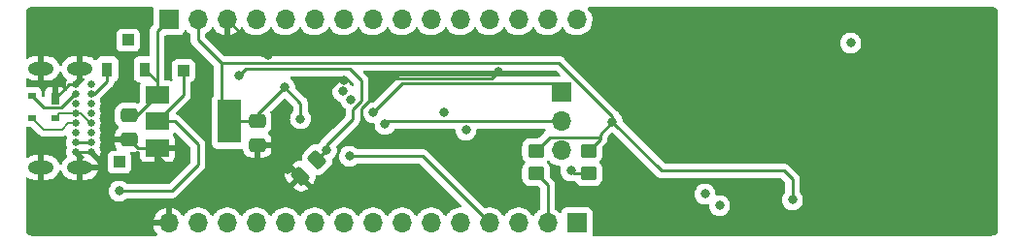
<source format=gbl>
G04 #@! TF.GenerationSoftware,KiCad,Pcbnew,(6.0.9)*
G04 #@! TF.CreationDate,2023-02-20T10:33:00+01:00*
G04 #@! TF.ProjectId,FLWSB-SAMDaaNo21,464c5753-422d-4534-914d-4461614e6f32,1.0*
G04 #@! TF.SameCoordinates,Original*
G04 #@! TF.FileFunction,Copper,L4,Bot*
G04 #@! TF.FilePolarity,Positive*
%FSLAX46Y46*%
G04 Gerber Fmt 4.6, Leading zero omitted, Abs format (unit mm)*
G04 Created by KiCad (PCBNEW (6.0.9)) date 2023-02-20 10:33:00*
%MOMM*%
%LPD*%
G01*
G04 APERTURE LIST*
G04 Aperture macros list*
%AMRoundRect*
0 Rectangle with rounded corners*
0 $1 Rounding radius*
0 $2 $3 $4 $5 $6 $7 $8 $9 X,Y pos of 4 corners*
0 Add a 4 corners polygon primitive as box body*
4,1,4,$2,$3,$4,$5,$6,$7,$8,$9,$2,$3,0*
0 Add four circle primitives for the rounded corners*
1,1,$1+$1,$2,$3*
1,1,$1+$1,$4,$5*
1,1,$1+$1,$6,$7*
1,1,$1+$1,$8,$9*
0 Add four rect primitives between the rounded corners*
20,1,$1+$1,$2,$3,$4,$5,0*
20,1,$1+$1,$4,$5,$6,$7,0*
20,1,$1+$1,$6,$7,$8,$9,0*
20,1,$1+$1,$8,$9,$2,$3,0*%
G04 Aperture macros list end*
G04 #@! TA.AperFunction,ComponentPad*
%ADD10R,1.700000X1.700000*%
G04 #@! TD*
G04 #@! TA.AperFunction,ComponentPad*
%ADD11O,1.700000X1.700000*%
G04 #@! TD*
G04 #@! TA.AperFunction,ComponentPad*
%ADD12R,1.000000X1.000000*%
G04 #@! TD*
G04 #@! TA.AperFunction,ComponentPad*
%ADD13C,0.650000*%
G04 #@! TD*
G04 #@! TA.AperFunction,ComponentPad*
%ADD14O,2.216000X1.108000*%
G04 #@! TD*
G04 #@! TA.AperFunction,SMDPad,CuDef*
%ADD15R,0.914400X1.219200*%
G04 #@! TD*
G04 #@! TA.AperFunction,SMDPad,CuDef*
%ADD16RoundRect,0.250000X-0.450000X0.350000X-0.450000X-0.350000X0.450000X-0.350000X0.450000X0.350000X0*%
G04 #@! TD*
G04 #@! TA.AperFunction,SMDPad,CuDef*
%ADD17RoundRect,0.250000X-0.475000X0.337500X-0.475000X-0.337500X0.475000X-0.337500X0.475000X0.337500X0*%
G04 #@! TD*
G04 #@! TA.AperFunction,SMDPad,CuDef*
%ADD18R,0.700000X1.000000*%
G04 #@! TD*
G04 #@! TA.AperFunction,SMDPad,CuDef*
%ADD19R,0.700000X0.600000*%
G04 #@! TD*
G04 #@! TA.AperFunction,SMDPad,CuDef*
%ADD20RoundRect,0.250000X0.097227X-0.574524X0.574524X-0.097227X-0.097227X0.574524X-0.574524X0.097227X0*%
G04 #@! TD*
G04 #@! TA.AperFunction,SMDPad,CuDef*
%ADD21R,2.000000X1.500000*%
G04 #@! TD*
G04 #@! TA.AperFunction,SMDPad,CuDef*
%ADD22R,2.000000X3.800000*%
G04 #@! TD*
G04 #@! TA.AperFunction,ViaPad*
%ADD23C,0.800000*%
G04 #@! TD*
G04 #@! TA.AperFunction,Conductor*
%ADD24C,0.250000*%
G04 #@! TD*
G04 #@! TA.AperFunction,Conductor*
%ADD25C,0.200000*%
G04 #@! TD*
G04 APERTURE END LIST*
D10*
X132080000Y-87630000D03*
D11*
X129540000Y-87630000D03*
X127000000Y-87630000D03*
X124460000Y-87630000D03*
X121920000Y-87630000D03*
X119380000Y-87630000D03*
X116840000Y-87630000D03*
X114300000Y-87630000D03*
X111760000Y-87630000D03*
X109220000Y-87630000D03*
X106680000Y-87630000D03*
X104140000Y-87630000D03*
X101600000Y-87630000D03*
X99060000Y-87630000D03*
X96520000Y-87630000D03*
D12*
X92202000Y-82296000D03*
D10*
X96520000Y-69850000D03*
D11*
X99060000Y-69850000D03*
X101600000Y-69850000D03*
X104140000Y-69850000D03*
X106680000Y-69850000D03*
X109220000Y-69850000D03*
X111760000Y-69850000D03*
X114300000Y-69850000D03*
X116840000Y-69850000D03*
X119380000Y-69850000D03*
X121920000Y-69850000D03*
X124460000Y-69850000D03*
X127000000Y-69850000D03*
X129540000Y-69850000D03*
X132080000Y-69850000D03*
D12*
X92964000Y-71628000D03*
X97790000Y-74295000D03*
D10*
X130725015Y-76200000D03*
D11*
X130725015Y-78740000D03*
X130725015Y-81280000D03*
D13*
X89750917Y-75471000D03*
X89750917Y-76321000D03*
X89750917Y-77171000D03*
X89750917Y-78021000D03*
X89750917Y-78871000D03*
X89750917Y-79721000D03*
X89750917Y-80571000D03*
X89750917Y-81421000D03*
X88400917Y-81421000D03*
X88400917Y-80571000D03*
X88400917Y-79721000D03*
X88400917Y-78871000D03*
X88400917Y-78021000D03*
X88400917Y-77171000D03*
X88400917Y-76321000D03*
X88400917Y-75471000D03*
D14*
X88770917Y-74121000D03*
X88770917Y-82771000D03*
X85390917Y-82771000D03*
X85390917Y-74121000D03*
D15*
X94437540Y-74175725D03*
X91160940Y-74175725D03*
D16*
X128524000Y-81296000D03*
X128524000Y-83296000D03*
X133096000Y-81296000D03*
X133096000Y-83296000D03*
D17*
X93066000Y-78210500D03*
X93066000Y-80285500D03*
D18*
X86598000Y-76720000D03*
D19*
X86598000Y-78420000D03*
X84598000Y-78420000D03*
X84598000Y-76520000D03*
D20*
X107978377Y-83537623D03*
X109445623Y-82070377D03*
D21*
X95504000Y-81040000D03*
X95504000Y-78740000D03*
D22*
X101804000Y-78740000D03*
D21*
X95504000Y-76440000D03*
D17*
X104242000Y-78718500D03*
X104242000Y-80793500D03*
D23*
X113512152Y-79276413D03*
X126492000Y-82169000D03*
X97536000Y-80772000D03*
X110236000Y-77216000D03*
X109100320Y-79808143D03*
X111765373Y-75122979D03*
X96520000Y-82804000D03*
X134874000Y-69850000D03*
X106834093Y-82958093D03*
X105156000Y-72935500D03*
X122931700Y-83316300D03*
X160274000Y-78740000D03*
X134620000Y-87630000D03*
X125222000Y-74422000D03*
X106612940Y-75759060D03*
X135189916Y-78773524D03*
X107994420Y-78509246D03*
X92202000Y-84836000D03*
X150876000Y-85598000D03*
X110270070Y-81245930D03*
X102671299Y-74731299D03*
X112388456Y-76821360D03*
X111677700Y-76118629D03*
X114357515Y-77978052D03*
X115368705Y-78989241D03*
X120523000Y-77940500D03*
X122428000Y-79502000D03*
X131572000Y-83058000D03*
X143256000Y-85090000D03*
X144526000Y-86106000D03*
X112268000Y-81788000D03*
X155956000Y-71882000D03*
D24*
X93733500Y-78210500D02*
X95504000Y-76440000D01*
X95504000Y-75242185D02*
X94437540Y-74175725D01*
X95504000Y-76440000D02*
X95504000Y-75242185D01*
X95504000Y-70866000D02*
X96520000Y-69850000D01*
X93066000Y-78210500D02*
X93733500Y-78210500D01*
X95504000Y-76440000D02*
X95504000Y-70866000D01*
X125222000Y-74422000D02*
X124676500Y-74967500D01*
X124079000Y-82169000D02*
X122931700Y-83316300D01*
X113284000Y-77587517D02*
X113284000Y-79048261D01*
X111765373Y-75122979D02*
X111313021Y-75122979D01*
X111313021Y-75122979D02*
X110236000Y-76200000D01*
X95504000Y-81040000D02*
X95504000Y-81788000D01*
X109100320Y-79808143D02*
X109100320Y-78351680D01*
X105156000Y-72935500D02*
X104685500Y-72935500D01*
X110236000Y-76200000D02*
X110236000Y-77216000D01*
X124676500Y-74967500D02*
X115904017Y-74967500D01*
X88400917Y-81421000D02*
X89750917Y-81421000D01*
X87847000Y-75471000D02*
X86598000Y-76720000D01*
X109100320Y-78351680D02*
X110236000Y-77216000D01*
X115904017Y-74967500D02*
X113284000Y-77587517D01*
X107398847Y-82958093D02*
X107978377Y-83537623D01*
X93066000Y-80285500D02*
X93820500Y-81040000D01*
X126492000Y-82169000D02*
X124079000Y-82169000D01*
X106834093Y-82958093D02*
X107398847Y-82958093D01*
X104685500Y-72935500D02*
X101600000Y-69850000D01*
X93820500Y-81040000D02*
X95504000Y-81040000D01*
X95504000Y-81788000D02*
X96520000Y-82804000D01*
X88400917Y-75471000D02*
X87847000Y-75471000D01*
X113284000Y-79048261D02*
X113512152Y-79276413D01*
X107994420Y-77140540D02*
X106612940Y-75759060D01*
X99060000Y-71628000D02*
X99060000Y-69850000D01*
X134112000Y-79851440D02*
X135189916Y-78773524D01*
X99060000Y-82550000D02*
X96774000Y-84836000D01*
X101092000Y-73660000D02*
X99060000Y-71628000D01*
X130535015Y-73660000D02*
X101092000Y-73660000D01*
X150114000Y-83058000D02*
X150876000Y-83820000D01*
X97028000Y-78740000D02*
X99060000Y-80772000D01*
X139474392Y-83058000D02*
X150114000Y-83058000D01*
X128524000Y-81296000D02*
X129715000Y-80105000D01*
X101092000Y-78028000D02*
X101092000Y-73660000D01*
X96774000Y-84836000D02*
X92202000Y-84836000D01*
X95504000Y-78740000D02*
X97028000Y-78740000D01*
X104242000Y-78718500D02*
X101825500Y-78718500D01*
X135189916Y-78773524D02*
X135189916Y-78314901D01*
X135189916Y-78314901D02*
X130535015Y-73660000D01*
X150876000Y-83820000D02*
X150876000Y-85598000D01*
X135189916Y-78773524D02*
X139474392Y-83058000D01*
X134112000Y-80105000D02*
X134112000Y-80280000D01*
X134112000Y-80280000D02*
X134112000Y-79851440D01*
X133445000Y-80947000D02*
X134112000Y-80280000D01*
X133096000Y-81296000D02*
X132747000Y-80947000D01*
X107994420Y-78509246D02*
X107994420Y-77140540D01*
X106612940Y-75759060D02*
X104242000Y-78130000D01*
X134112000Y-80280000D02*
X133096000Y-81296000D01*
X97790000Y-74295000D02*
X97790000Y-76454000D01*
X101825500Y-78718500D02*
X101804000Y-78740000D01*
X99060000Y-80772000D02*
X99060000Y-82550000D01*
X104242000Y-78130000D02*
X104242000Y-78718500D01*
X132747000Y-80947000D02*
X133445000Y-80947000D01*
X101804000Y-78740000D02*
X101092000Y-78028000D01*
X129715000Y-80105000D02*
X134112000Y-80105000D01*
X97790000Y-76454000D02*
X95504000Y-78740000D01*
X110270070Y-81245930D02*
X110270070Y-80857215D01*
X113284000Y-75184000D02*
X112268000Y-74168000D01*
X112559000Y-77676121D02*
X113284000Y-76951121D01*
X113284000Y-76951121D02*
X113284000Y-75184000D01*
X103234598Y-74168000D02*
X102671299Y-74731299D01*
X112559000Y-78568285D02*
X112559000Y-77676121D01*
X112268000Y-74168000D02*
X103234598Y-74168000D01*
X110270070Y-81245930D02*
X109445623Y-82070377D01*
X110270070Y-80857215D02*
X112559000Y-78568285D01*
X91160940Y-75209060D02*
X90049000Y-76321000D01*
X87107678Y-77545000D02*
X88331678Y-76321000D01*
X91160940Y-74175725D02*
X91160940Y-75209060D01*
X84598000Y-76520000D02*
X85623000Y-77545000D01*
X90049000Y-76321000D02*
X89750917Y-76321000D01*
X88331678Y-76321000D02*
X88400917Y-76321000D01*
X88400917Y-80571000D02*
X89750917Y-80571000D01*
X85623000Y-77545000D02*
X87107678Y-77545000D01*
D25*
X88400917Y-78021000D02*
X88860536Y-78021000D01*
X89710536Y-78871000D02*
X89750917Y-78871000D01*
X86598000Y-78420000D02*
X86997000Y-78021000D01*
X86997000Y-78021000D02*
X88400917Y-78021000D01*
X88860536Y-78021000D02*
X89710536Y-78871000D01*
X84598000Y-78420000D02*
X85606016Y-79428016D01*
X87195984Y-79428016D02*
X87753000Y-78871000D01*
X87753000Y-78871000D02*
X88400917Y-78871000D01*
X85606016Y-79428016D02*
X87195984Y-79428016D01*
D24*
X129963015Y-75438000D02*
X130725015Y-76200000D01*
X116897567Y-75438000D02*
X129963015Y-75438000D01*
X114357515Y-77978052D02*
X116897567Y-75438000D01*
X115617946Y-78740000D02*
X130725015Y-78740000D01*
X115368705Y-78989241D02*
X115617946Y-78740000D01*
X131810000Y-83296000D02*
X131572000Y-83058000D01*
X133096000Y-83296000D02*
X131810000Y-83296000D01*
X129540000Y-84312000D02*
X129540000Y-87630000D01*
X128524000Y-83296000D02*
X129540000Y-84312000D01*
X112268000Y-81788000D02*
X118618000Y-81788000D01*
X118618000Y-81788000D02*
X124460000Y-87630000D01*
G04 #@! TA.AperFunction,Conductor*
G36*
X95119836Y-68735609D02*
G01*
X95166329Y-68789265D01*
X95176433Y-68859539D01*
X95172592Y-68874537D01*
X95172856Y-68874600D01*
X95171029Y-68882284D01*
X95168255Y-68889684D01*
X95161500Y-68951866D01*
X95161500Y-70260405D01*
X95141498Y-70328526D01*
X95124595Y-70349500D01*
X95111747Y-70362348D01*
X95103461Y-70369888D01*
X95096982Y-70374000D01*
X95091557Y-70379777D01*
X95050357Y-70423651D01*
X95047602Y-70426493D01*
X95027865Y-70446230D01*
X95025385Y-70449427D01*
X95017682Y-70458447D01*
X94987414Y-70490679D01*
X94983596Y-70497624D01*
X94983595Y-70497625D01*
X94977652Y-70508434D01*
X94966801Y-70524953D01*
X94954386Y-70540959D01*
X94951241Y-70548228D01*
X94951238Y-70548232D01*
X94936826Y-70581537D01*
X94931609Y-70592187D01*
X94910305Y-70630940D01*
X94908334Y-70638615D01*
X94908334Y-70638616D01*
X94905267Y-70650562D01*
X94898863Y-70669266D01*
X94890819Y-70687855D01*
X94889580Y-70695678D01*
X94889577Y-70695688D01*
X94883901Y-70731524D01*
X94881495Y-70743144D01*
X94873928Y-70772618D01*
X94870500Y-70785970D01*
X94870500Y-70806224D01*
X94868949Y-70825934D01*
X94865780Y-70845943D01*
X94868443Y-70874109D01*
X94869941Y-70889961D01*
X94870500Y-70901819D01*
X94870500Y-72931625D01*
X94850498Y-72999746D01*
X94796842Y-73046239D01*
X94744500Y-73057625D01*
X93932206Y-73057625D01*
X93870024Y-73064380D01*
X93733635Y-73115510D01*
X93617079Y-73202864D01*
X93529725Y-73319420D01*
X93478595Y-73455809D01*
X93471840Y-73517991D01*
X93471840Y-74833459D01*
X93478595Y-74895641D01*
X93529725Y-75032030D01*
X93617079Y-75148586D01*
X93733635Y-75235940D01*
X93870024Y-75287070D01*
X93908095Y-75291206D01*
X93928825Y-75293458D01*
X93928830Y-75293458D01*
X93932206Y-75293825D01*
X93934695Y-75293825D01*
X94001470Y-75317426D01*
X94044991Y-75373520D01*
X94051276Y-75444237D01*
X94045696Y-75463807D01*
X94002255Y-75579684D01*
X93995500Y-75641866D01*
X93995500Y-77000405D01*
X93975498Y-77068526D01*
X93958595Y-77089500D01*
X93921318Y-77126777D01*
X93859006Y-77160803D01*
X93792556Y-77157275D01*
X93702389Y-77127368D01*
X93702387Y-77127368D01*
X93695861Y-77125203D01*
X93689025Y-77124503D01*
X93689022Y-77124502D01*
X93645969Y-77120091D01*
X93591400Y-77114500D01*
X92540600Y-77114500D01*
X92537354Y-77114837D01*
X92537350Y-77114837D01*
X92441692Y-77124762D01*
X92441688Y-77124763D01*
X92434834Y-77125474D01*
X92428298Y-77127655D01*
X92428296Y-77127655D01*
X92371221Y-77146697D01*
X92267054Y-77181450D01*
X92116652Y-77274522D01*
X91991695Y-77399697D01*
X91987855Y-77405927D01*
X91987854Y-77405928D01*
X91919018Y-77517601D01*
X91898885Y-77550262D01*
X91880863Y-77604598D01*
X91847231Y-77705996D01*
X91843203Y-77718139D01*
X91842503Y-77724975D01*
X91842502Y-77724978D01*
X91840523Y-77744294D01*
X91832500Y-77822600D01*
X91832500Y-78598400D01*
X91832837Y-78601646D01*
X91832837Y-78601650D01*
X91842720Y-78696896D01*
X91843474Y-78704166D01*
X91845655Y-78710702D01*
X91845655Y-78710704D01*
X91880275Y-78814473D01*
X91899450Y-78871946D01*
X91992522Y-79022348D01*
X92117697Y-79147305D01*
X92122235Y-79150102D01*
X92162824Y-79207353D01*
X92166054Y-79278276D01*
X92130428Y-79339687D01*
X92121932Y-79347062D01*
X92111793Y-79355098D01*
X91997261Y-79469829D01*
X91988249Y-79481240D01*
X91903184Y-79619243D01*
X91897037Y-79632424D01*
X91845862Y-79786710D01*
X91842995Y-79800086D01*
X91833328Y-79894438D01*
X91833000Y-79900855D01*
X91833000Y-80013385D01*
X91837475Y-80028624D01*
X91838865Y-80029829D01*
X91846548Y-80031500D01*
X93194000Y-80031500D01*
X93262121Y-80051502D01*
X93308614Y-80105158D01*
X93320000Y-80157500D01*
X93320000Y-80413500D01*
X93299998Y-80481621D01*
X93246342Y-80528114D01*
X93194000Y-80539500D01*
X91851116Y-80539500D01*
X91835877Y-80543975D01*
X91834672Y-80545365D01*
X91833001Y-80553048D01*
X91833001Y-80670095D01*
X91833338Y-80676614D01*
X91843257Y-80772206D01*
X91846149Y-80785600D01*
X91897588Y-80939784D01*
X91903760Y-80952958D01*
X91991780Y-81095196D01*
X92010618Y-81163648D01*
X91989457Y-81231418D01*
X91935016Y-81276989D01*
X91884636Y-81287500D01*
X91653866Y-81287500D01*
X91591684Y-81294255D01*
X91455295Y-81345385D01*
X91338739Y-81432739D01*
X91251385Y-81549295D01*
X91200255Y-81685684D01*
X91193500Y-81747866D01*
X91193500Y-82844134D01*
X91200255Y-82906316D01*
X91251385Y-83042705D01*
X91338739Y-83159261D01*
X91455295Y-83246615D01*
X91591684Y-83297745D01*
X91653866Y-83304500D01*
X92750134Y-83304500D01*
X92812316Y-83297745D01*
X92948705Y-83246615D01*
X93065261Y-83159261D01*
X93152615Y-83042705D01*
X93203745Y-82906316D01*
X93210500Y-82844134D01*
X93210500Y-81747866D01*
X93203745Y-81685684D01*
X93153340Y-81551229D01*
X93148157Y-81480423D01*
X93182078Y-81418054D01*
X93244333Y-81383924D01*
X93271322Y-81381000D01*
X93588095Y-81380999D01*
X93594614Y-81380662D01*
X93690206Y-81370743D01*
X93703603Y-81367850D01*
X93830126Y-81325640D01*
X93901075Y-81323056D01*
X93962159Y-81359240D01*
X93993983Y-81422704D01*
X93996001Y-81445164D01*
X93996001Y-81834669D01*
X93996371Y-81841490D01*
X94001895Y-81892352D01*
X94005521Y-81907604D01*
X94050676Y-82028054D01*
X94059214Y-82043649D01*
X94135715Y-82145724D01*
X94148276Y-82158285D01*
X94250351Y-82234786D01*
X94265946Y-82243324D01*
X94386394Y-82288478D01*
X94401649Y-82292105D01*
X94452514Y-82297631D01*
X94459328Y-82298000D01*
X95231885Y-82298000D01*
X95247124Y-82293525D01*
X95248329Y-82292135D01*
X95250000Y-82284452D01*
X95250000Y-82279884D01*
X95758000Y-82279884D01*
X95762475Y-82295123D01*
X95763865Y-82296328D01*
X95771548Y-82297999D01*
X96548669Y-82297999D01*
X96555490Y-82297629D01*
X96606352Y-82292105D01*
X96621604Y-82288479D01*
X96742054Y-82243324D01*
X96757649Y-82234786D01*
X96859724Y-82158285D01*
X96872285Y-82145724D01*
X96948786Y-82043649D01*
X96957324Y-82028054D01*
X97002478Y-81907606D01*
X97006105Y-81892351D01*
X97011631Y-81841486D01*
X97012000Y-81834672D01*
X97012000Y-81312115D01*
X97007525Y-81296876D01*
X97006135Y-81295671D01*
X96998452Y-81294000D01*
X95776115Y-81294000D01*
X95760876Y-81298475D01*
X95759671Y-81299865D01*
X95758000Y-81307548D01*
X95758000Y-82279884D01*
X95250000Y-82279884D01*
X95250000Y-80912000D01*
X95270002Y-80843879D01*
X95323658Y-80797386D01*
X95376000Y-80786000D01*
X96993884Y-80786000D01*
X97009123Y-80781525D01*
X97010328Y-80780135D01*
X97011999Y-80772452D01*
X97011999Y-80245331D01*
X97011629Y-80238510D01*
X97006105Y-80187648D01*
X97002479Y-80172396D01*
X96957324Y-80051946D01*
X96948786Y-80036352D01*
X96896047Y-79965982D01*
X96871199Y-79899476D01*
X96886252Y-79830093D01*
X96896043Y-79814858D01*
X96942078Y-79753433D01*
X96998938Y-79710919D01*
X97069757Y-79705894D01*
X97131999Y-79739904D01*
X98389595Y-80997500D01*
X98423621Y-81059812D01*
X98426500Y-81086595D01*
X98426500Y-82235405D01*
X98406498Y-82303526D01*
X98389595Y-82324500D01*
X96548500Y-84165595D01*
X96486188Y-84199621D01*
X96459405Y-84202500D01*
X92910200Y-84202500D01*
X92842079Y-84182498D01*
X92822853Y-84166157D01*
X92822580Y-84166460D01*
X92817668Y-84162037D01*
X92813253Y-84157134D01*
X92687849Y-84066022D01*
X92664094Y-84048763D01*
X92664093Y-84048762D01*
X92658752Y-84044882D01*
X92652724Y-84042198D01*
X92652722Y-84042197D01*
X92490319Y-83969891D01*
X92490318Y-83969891D01*
X92484288Y-83967206D01*
X92390888Y-83947353D01*
X92303944Y-83928872D01*
X92303939Y-83928872D01*
X92297487Y-83927500D01*
X92106513Y-83927500D01*
X92100061Y-83928872D01*
X92100056Y-83928872D01*
X92013112Y-83947353D01*
X91919712Y-83967206D01*
X91913682Y-83969891D01*
X91913681Y-83969891D01*
X91751278Y-84042197D01*
X91751276Y-84042198D01*
X91745248Y-84044882D01*
X91739907Y-84048762D01*
X91739906Y-84048763D01*
X91716151Y-84066022D01*
X91590747Y-84157134D01*
X91586326Y-84162044D01*
X91586325Y-84162045D01*
X91483621Y-84276110D01*
X91462960Y-84299056D01*
X91440409Y-84338115D01*
X91380775Y-84441405D01*
X91367473Y-84464444D01*
X91308458Y-84646072D01*
X91307768Y-84652633D01*
X91307768Y-84652635D01*
X91304285Y-84685779D01*
X91288496Y-84836000D01*
X91289186Y-84842565D01*
X91299831Y-84943842D01*
X91308458Y-85025928D01*
X91367473Y-85207556D01*
X91462960Y-85372944D01*
X91467378Y-85377851D01*
X91467379Y-85377852D01*
X91549452Y-85469003D01*
X91590747Y-85514866D01*
X91658578Y-85564148D01*
X91714207Y-85604565D01*
X91745248Y-85627118D01*
X91751276Y-85629802D01*
X91751278Y-85629803D01*
X91913681Y-85702109D01*
X91919712Y-85704794D01*
X92013113Y-85724647D01*
X92100056Y-85743128D01*
X92100061Y-85743128D01*
X92106513Y-85744500D01*
X92297487Y-85744500D01*
X92303939Y-85743128D01*
X92303944Y-85743128D01*
X92390887Y-85724647D01*
X92484288Y-85704794D01*
X92490319Y-85702109D01*
X92652722Y-85629803D01*
X92652724Y-85629802D01*
X92658752Y-85627118D01*
X92689794Y-85604565D01*
X92791671Y-85530546D01*
X92813253Y-85514866D01*
X92817668Y-85509963D01*
X92822580Y-85505540D01*
X92823705Y-85506789D01*
X92877014Y-85473949D01*
X92910200Y-85469500D01*
X96695233Y-85469500D01*
X96706416Y-85470027D01*
X96713909Y-85471702D01*
X96721835Y-85471453D01*
X96721836Y-85471453D01*
X96781986Y-85469562D01*
X96785945Y-85469500D01*
X96813856Y-85469500D01*
X96817791Y-85469003D01*
X96817856Y-85468995D01*
X96829693Y-85468062D01*
X96861951Y-85467048D01*
X96865970Y-85466922D01*
X96873889Y-85466673D01*
X96893343Y-85461021D01*
X96912700Y-85457013D01*
X96924930Y-85455468D01*
X96924931Y-85455468D01*
X96932797Y-85454474D01*
X96940168Y-85451555D01*
X96940170Y-85451555D01*
X96973912Y-85438196D01*
X96985142Y-85434351D01*
X97019983Y-85424229D01*
X97019984Y-85424229D01*
X97027593Y-85422018D01*
X97034412Y-85417985D01*
X97034417Y-85417983D01*
X97045028Y-85411707D01*
X97062776Y-85403012D01*
X97081617Y-85395552D01*
X97117387Y-85369564D01*
X97127307Y-85363048D01*
X97158535Y-85344580D01*
X97158538Y-85344578D01*
X97165362Y-85340542D01*
X97179683Y-85326221D01*
X97194717Y-85313380D01*
X97204694Y-85306131D01*
X97211107Y-85301472D01*
X97239298Y-85267395D01*
X97247288Y-85258616D01*
X98012909Y-84492995D01*
X107388545Y-84492995D01*
X107388676Y-84494828D01*
X107392927Y-84501443D01*
X107572926Y-84681442D01*
X107577749Y-84685791D01*
X107652379Y-84746390D01*
X107663890Y-84753812D01*
X107809291Y-84826466D01*
X107822965Y-84831416D01*
X107980764Y-84868571D01*
X107995209Y-84870243D01*
X108157325Y-84870102D01*
X108171761Y-84868406D01*
X108329499Y-84830973D01*
X108343163Y-84826000D01*
X108488449Y-84753088D01*
X108499932Y-84745659D01*
X108573482Y-84685779D01*
X108578256Y-84681469D01*
X108657826Y-84601898D01*
X108665436Y-84587962D01*
X108665305Y-84586125D01*
X108661053Y-84579509D01*
X107991189Y-83909645D01*
X107977245Y-83902031D01*
X107975412Y-83902162D01*
X107968797Y-83906413D01*
X107396159Y-84479051D01*
X107388545Y-84492995D01*
X98012909Y-84492995D01*
X99145903Y-83360001D01*
X106645757Y-83360001D01*
X106645898Y-83522117D01*
X106647594Y-83536553D01*
X106685027Y-83694290D01*
X106690000Y-83707954D01*
X106762911Y-83853238D01*
X106770342Y-83864723D01*
X106830231Y-83938286D01*
X106834520Y-83943037D01*
X107011329Y-84119845D01*
X107025267Y-84127456D01*
X107027103Y-84127324D01*
X107033715Y-84123075D01*
X107606355Y-83550435D01*
X107613969Y-83536491D01*
X107613838Y-83534658D01*
X107609587Y-83528043D01*
X106939722Y-82858178D01*
X106925778Y-82850564D01*
X106923945Y-82850695D01*
X106917330Y-82854946D01*
X106834558Y-82937718D01*
X106830209Y-82942541D01*
X106769610Y-83017171D01*
X106762188Y-83028682D01*
X106689534Y-83174083D01*
X106684584Y-83187757D01*
X106647429Y-83345556D01*
X106645757Y-83360001D01*
X99145903Y-83360001D01*
X99452247Y-83053657D01*
X99460537Y-83046113D01*
X99467018Y-83042000D01*
X99513659Y-82992332D01*
X99516413Y-82989491D01*
X99536134Y-82969770D01*
X99538612Y-82966575D01*
X99546318Y-82957553D01*
X99571158Y-82931101D01*
X99576586Y-82925321D01*
X99586346Y-82907568D01*
X99597199Y-82891045D01*
X99604753Y-82881306D01*
X99609613Y-82875041D01*
X99627176Y-82834457D01*
X99632383Y-82823827D01*
X99653695Y-82785060D01*
X99655666Y-82777383D01*
X99655668Y-82777378D01*
X99658732Y-82765442D01*
X99665138Y-82746730D01*
X99670033Y-82735419D01*
X99673181Y-82728145D01*
X99674421Y-82720317D01*
X99674423Y-82720310D01*
X99680099Y-82684476D01*
X99682505Y-82672856D01*
X99691528Y-82637711D01*
X99691528Y-82637710D01*
X99693500Y-82630030D01*
X99693500Y-82609776D01*
X99695051Y-82590065D01*
X99695052Y-82590062D01*
X99698220Y-82570057D01*
X99694059Y-82526038D01*
X99693500Y-82514181D01*
X99693500Y-80850767D01*
X99694027Y-80839584D01*
X99695702Y-80832091D01*
X99693562Y-80764000D01*
X99693500Y-80760043D01*
X99693500Y-80732144D01*
X99692996Y-80728153D01*
X99692063Y-80716311D01*
X99691632Y-80702574D01*
X99690674Y-80672111D01*
X99688462Y-80664497D01*
X99688461Y-80664492D01*
X99685023Y-80652659D01*
X99681012Y-80633295D01*
X99679467Y-80621064D01*
X99678474Y-80613203D01*
X99675557Y-80605836D01*
X99675556Y-80605831D01*
X99662198Y-80572092D01*
X99658354Y-80560865D01*
X99656083Y-80553048D01*
X99646018Y-80518407D01*
X99635707Y-80500972D01*
X99627012Y-80483224D01*
X99619552Y-80464383D01*
X99593564Y-80428613D01*
X99587048Y-80418693D01*
X99568580Y-80387465D01*
X99568578Y-80387462D01*
X99564542Y-80380638D01*
X99550221Y-80366317D01*
X99537380Y-80351283D01*
X99525472Y-80334893D01*
X99491395Y-80306702D01*
X99482616Y-80298712D01*
X97531652Y-78347747D01*
X97524112Y-78339461D01*
X97520000Y-78332982D01*
X97514003Y-78327350D01*
X97470349Y-78286357D01*
X97467507Y-78283602D01*
X97447770Y-78263865D01*
X97444573Y-78261385D01*
X97435551Y-78253680D01*
X97403321Y-78223414D01*
X97396375Y-78219595D01*
X97396372Y-78219593D01*
X97385566Y-78213652D01*
X97369047Y-78202801D01*
X97367411Y-78201532D01*
X97353041Y-78190386D01*
X97345772Y-78187241D01*
X97345768Y-78187238D01*
X97312463Y-78172826D01*
X97301813Y-78167609D01*
X97263060Y-78146305D01*
X97255384Y-78144334D01*
X97248013Y-78141416D01*
X97249276Y-78138227D01*
X97201700Y-78109980D01*
X97169940Y-78046483D01*
X97177551Y-77975896D01*
X97204850Y-77935054D01*
X98182247Y-76957657D01*
X98190537Y-76950113D01*
X98197018Y-76946000D01*
X98243659Y-76896332D01*
X98246413Y-76893491D01*
X98266134Y-76873770D01*
X98268612Y-76870575D01*
X98276318Y-76861553D01*
X98294124Y-76842592D01*
X98306586Y-76829321D01*
X98316346Y-76811568D01*
X98327199Y-76795045D01*
X98332300Y-76788469D01*
X98339613Y-76779041D01*
X98357176Y-76738457D01*
X98362383Y-76727827D01*
X98383695Y-76689060D01*
X98385666Y-76681383D01*
X98385668Y-76681378D01*
X98388732Y-76669442D01*
X98395138Y-76650730D01*
X98400033Y-76639419D01*
X98403181Y-76632145D01*
X98404421Y-76624317D01*
X98404423Y-76624310D01*
X98410099Y-76588476D01*
X98412505Y-76576856D01*
X98421528Y-76541711D01*
X98421528Y-76541710D01*
X98423500Y-76534030D01*
X98423500Y-76513776D01*
X98425051Y-76494065D01*
X98426980Y-76481886D01*
X98428220Y-76474057D01*
X98424059Y-76430038D01*
X98423500Y-76418181D01*
X98423500Y-75375382D01*
X98443502Y-75307261D01*
X98497158Y-75260768D01*
X98505269Y-75257401D01*
X98528293Y-75248769D01*
X98528296Y-75248768D01*
X98536705Y-75245615D01*
X98653261Y-75158261D01*
X98740615Y-75041705D01*
X98791745Y-74905316D01*
X98798500Y-74843134D01*
X98798500Y-73746866D01*
X98791745Y-73684684D01*
X98740615Y-73548295D01*
X98653261Y-73431739D01*
X98536705Y-73344385D01*
X98400316Y-73293255D01*
X98338134Y-73286500D01*
X97241866Y-73286500D01*
X97179684Y-73293255D01*
X97043295Y-73344385D01*
X96926739Y-73431739D01*
X96839385Y-73548295D01*
X96788255Y-73684684D01*
X96781500Y-73746866D01*
X96781500Y-74843134D01*
X96788255Y-74905316D01*
X96837866Y-75037653D01*
X96839385Y-75041705D01*
X96838800Y-75041924D01*
X96852536Y-75104724D01*
X96827801Y-75171272D01*
X96771014Y-75213883D01*
X96700204Y-75219029D01*
X96682617Y-75213860D01*
X96614316Y-75188255D01*
X96552134Y-75181500D01*
X96263500Y-75181500D01*
X96195379Y-75161498D01*
X96148886Y-75107842D01*
X96137500Y-75055500D01*
X96137500Y-71334500D01*
X96157502Y-71266379D01*
X96211158Y-71219886D01*
X96263500Y-71208500D01*
X97418134Y-71208500D01*
X97422323Y-71208045D01*
X97424440Y-71207815D01*
X97480316Y-71201745D01*
X97616705Y-71150615D01*
X97733261Y-71063261D01*
X97820615Y-70946705D01*
X97837442Y-70901819D01*
X97864598Y-70829382D01*
X97907240Y-70772618D01*
X97973802Y-70747918D01*
X98043150Y-70763126D01*
X98077817Y-70791114D01*
X98106250Y-70823938D01*
X98278126Y-70966632D01*
X98364070Y-71016853D01*
X98412794Y-71068491D01*
X98426500Y-71125641D01*
X98426500Y-71549233D01*
X98425973Y-71560416D01*
X98424298Y-71567909D01*
X98424547Y-71575835D01*
X98424547Y-71575836D01*
X98426438Y-71635986D01*
X98426500Y-71639945D01*
X98426500Y-71667856D01*
X98426997Y-71671790D01*
X98426997Y-71671791D01*
X98427005Y-71671856D01*
X98427938Y-71683693D01*
X98429327Y-71727889D01*
X98434978Y-71747339D01*
X98438987Y-71766700D01*
X98441526Y-71786797D01*
X98444445Y-71794168D01*
X98444445Y-71794170D01*
X98457804Y-71827912D01*
X98461649Y-71839142D01*
X98473982Y-71881593D01*
X98478015Y-71888412D01*
X98478017Y-71888417D01*
X98484293Y-71899028D01*
X98492988Y-71916776D01*
X98500448Y-71935617D01*
X98505110Y-71942033D01*
X98505110Y-71942034D01*
X98526436Y-71971387D01*
X98532952Y-71981307D01*
X98555458Y-72019362D01*
X98569779Y-72033683D01*
X98582619Y-72048716D01*
X98594528Y-72065107D01*
X98610362Y-72078206D01*
X98628605Y-72093298D01*
X98637384Y-72101288D01*
X100421595Y-73885500D01*
X100455621Y-73947812D01*
X100458500Y-73974595D01*
X100458500Y-76411065D01*
X100438498Y-76479186D01*
X100433326Y-76486630D01*
X100353385Y-76593295D01*
X100302255Y-76729684D01*
X100295500Y-76791866D01*
X100295500Y-80688134D01*
X100302255Y-80750316D01*
X100353385Y-80886705D01*
X100440739Y-81003261D01*
X100557295Y-81090615D01*
X100693684Y-81141745D01*
X100755866Y-81148500D01*
X102852134Y-81148500D01*
X102855529Y-81148131D01*
X102855533Y-81148131D01*
X102878013Y-81145689D01*
X102947896Y-81158218D01*
X102999911Y-81206539D01*
X103016947Y-81257947D01*
X103019257Y-81280207D01*
X103022149Y-81293600D01*
X103073588Y-81447784D01*
X103079761Y-81460962D01*
X103165063Y-81598807D01*
X103174099Y-81610208D01*
X103288829Y-81724739D01*
X103300240Y-81733751D01*
X103438243Y-81818816D01*
X103451424Y-81824963D01*
X103605710Y-81876138D01*
X103619086Y-81879005D01*
X103713438Y-81888672D01*
X103719854Y-81889000D01*
X103969885Y-81889000D01*
X103985124Y-81884525D01*
X103986329Y-81883135D01*
X103988000Y-81875452D01*
X103988000Y-81870884D01*
X104496000Y-81870884D01*
X104500475Y-81886123D01*
X104501865Y-81887328D01*
X104509548Y-81888999D01*
X104764095Y-81888999D01*
X104770614Y-81888662D01*
X104866206Y-81878743D01*
X104879600Y-81875851D01*
X105033784Y-81824412D01*
X105046962Y-81818239D01*
X105184807Y-81732937D01*
X105196208Y-81723901D01*
X105310739Y-81609171D01*
X105319751Y-81597760D01*
X105404816Y-81459757D01*
X105410963Y-81446576D01*
X105462138Y-81292290D01*
X105465005Y-81278914D01*
X105474672Y-81184562D01*
X105475000Y-81178146D01*
X105475000Y-81065615D01*
X105470525Y-81050376D01*
X105469135Y-81049171D01*
X105461452Y-81047500D01*
X104514115Y-81047500D01*
X104498876Y-81051975D01*
X104497671Y-81053365D01*
X104496000Y-81061048D01*
X104496000Y-81870884D01*
X103988000Y-81870884D01*
X103988000Y-80665500D01*
X104008002Y-80597379D01*
X104061658Y-80550886D01*
X104114000Y-80539500D01*
X105456884Y-80539500D01*
X105472123Y-80535025D01*
X105473328Y-80533635D01*
X105474999Y-80525952D01*
X105474999Y-80408905D01*
X105474662Y-80402386D01*
X105464743Y-80306794D01*
X105461851Y-80293400D01*
X105410412Y-80139216D01*
X105404239Y-80126038D01*
X105318937Y-79988193D01*
X105309901Y-79976792D01*
X105195172Y-79862262D01*
X105186238Y-79855206D01*
X105145177Y-79797288D01*
X105141947Y-79726365D01*
X105177574Y-79664954D01*
X105185407Y-79658154D01*
X105191348Y-79654478D01*
X105316305Y-79529303D01*
X105322667Y-79518982D01*
X105405275Y-79384968D01*
X105405276Y-79384966D01*
X105409115Y-79378738D01*
X105452992Y-79246452D01*
X105462632Y-79217389D01*
X105462632Y-79217387D01*
X105464797Y-79210861D01*
X105475500Y-79106400D01*
X105475500Y-78330600D01*
X105475163Y-78327350D01*
X105465238Y-78231692D01*
X105465237Y-78231688D01*
X105464526Y-78224834D01*
X105460796Y-78213652D01*
X105410868Y-78064002D01*
X105408550Y-78057054D01*
X105385478Y-78019771D01*
X105366642Y-77951321D01*
X105387804Y-77883551D01*
X105403529Y-77864375D01*
X106523844Y-76744060D01*
X106586156Y-76710034D01*
X106656971Y-76715099D01*
X106702034Y-76744060D01*
X107324015Y-77366041D01*
X107358041Y-77428353D01*
X107360920Y-77455136D01*
X107360920Y-77806722D01*
X107340918Y-77874843D01*
X107328562Y-77891025D01*
X107255380Y-77972302D01*
X107210042Y-78050830D01*
X107177901Y-78106500D01*
X107159893Y-78137690D01*
X107100878Y-78319318D01*
X107100188Y-78325879D01*
X107100188Y-78325881D01*
X107087563Y-78446000D01*
X107080916Y-78509246D01*
X107081606Y-78515811D01*
X107095921Y-78652007D01*
X107100878Y-78699174D01*
X107159893Y-78880802D01*
X107255380Y-79046190D01*
X107259798Y-79051097D01*
X107259799Y-79051098D01*
X107346424Y-79147305D01*
X107383167Y-79188112D01*
X107453631Y-79239307D01*
X107517627Y-79285803D01*
X107537668Y-79300364D01*
X107543696Y-79303048D01*
X107543698Y-79303049D01*
X107698096Y-79371791D01*
X107712132Y-79378040D01*
X107784875Y-79393502D01*
X107892476Y-79416374D01*
X107892481Y-79416374D01*
X107898933Y-79417746D01*
X108089907Y-79417746D01*
X108096359Y-79416374D01*
X108096364Y-79416374D01*
X108203965Y-79393502D01*
X108276708Y-79378040D01*
X108290744Y-79371791D01*
X108445142Y-79303049D01*
X108445144Y-79303048D01*
X108451172Y-79300364D01*
X108471214Y-79285803D01*
X108535209Y-79239307D01*
X108605673Y-79188112D01*
X108642416Y-79147305D01*
X108729041Y-79051098D01*
X108729042Y-79051097D01*
X108733460Y-79046190D01*
X108828947Y-78880802D01*
X108887962Y-78699174D01*
X108892920Y-78652007D01*
X108907234Y-78515811D01*
X108907924Y-78509246D01*
X108901277Y-78446000D01*
X108888652Y-78325881D01*
X108888652Y-78325879D01*
X108887962Y-78319318D01*
X108828947Y-78137690D01*
X108810940Y-78106500D01*
X108778798Y-78050830D01*
X108733460Y-77972302D01*
X108660283Y-77891031D01*
X108629567Y-77827025D01*
X108627920Y-77806722D01*
X108627920Y-77219308D01*
X108628447Y-77208125D01*
X108630122Y-77200632D01*
X108629692Y-77186934D01*
X108627982Y-77132542D01*
X108627920Y-77128584D01*
X108627920Y-77100684D01*
X108627416Y-77096693D01*
X108626483Y-77084851D01*
X108626155Y-77074391D01*
X108625094Y-77040651D01*
X108622882Y-77033037D01*
X108622881Y-77033032D01*
X108619443Y-77021199D01*
X108615432Y-77001835D01*
X108613887Y-76989604D01*
X108612894Y-76981743D01*
X108609977Y-76974376D01*
X108609976Y-76974371D01*
X108596618Y-76940632D01*
X108592774Y-76929405D01*
X108587062Y-76909747D01*
X108580438Y-76886947D01*
X108570127Y-76869512D01*
X108561432Y-76851764D01*
X108553972Y-76832923D01*
X108546307Y-76822372D01*
X108527984Y-76797153D01*
X108521468Y-76787233D01*
X108503000Y-76756005D01*
X108502998Y-76756002D01*
X108498962Y-76749178D01*
X108484641Y-76734857D01*
X108471800Y-76719823D01*
X108464551Y-76709846D01*
X108459892Y-76703433D01*
X108425815Y-76675242D01*
X108417036Y-76667252D01*
X107560062Y-75810278D01*
X107526036Y-75747966D01*
X107523847Y-75734353D01*
X107522499Y-75721522D01*
X107509221Y-75595192D01*
X107507172Y-75575695D01*
X107507172Y-75575693D01*
X107506482Y-75569132D01*
X107447467Y-75387504D01*
X107440469Y-75375382D01*
X107391507Y-75290578D01*
X107351980Y-75222116D01*
X107337259Y-75205766D01*
X107228615Y-75085105D01*
X107228614Y-75085104D01*
X107224193Y-75080194D01*
X107154331Y-75029436D01*
X107110977Y-74973213D01*
X107104902Y-74902477D01*
X107138034Y-74839686D01*
X107199854Y-74804774D01*
X107228392Y-74801500D01*
X111953405Y-74801500D01*
X112021526Y-74821502D01*
X112042501Y-74838405D01*
X112459314Y-75255219D01*
X112464049Y-75263890D01*
X112482817Y-75278722D01*
X112613596Y-75409501D01*
X112647621Y-75471813D01*
X112650500Y-75498596D01*
X112650500Y-75516815D01*
X112630498Y-75584936D01*
X112576842Y-75631429D01*
X112506568Y-75641533D01*
X112441988Y-75612039D01*
X112422564Y-75590876D01*
X112420041Y-75587403D01*
X112416740Y-75581685D01*
X112300088Y-75452129D01*
X112297083Y-75445868D01*
X112289810Y-75440714D01*
X112288953Y-75439763D01*
X112253560Y-75414048D01*
X112139794Y-75331392D01*
X112139793Y-75331391D01*
X112134452Y-75327511D01*
X112128424Y-75324827D01*
X112128422Y-75324826D01*
X111966019Y-75252520D01*
X111966018Y-75252520D01*
X111959988Y-75249835D01*
X111856209Y-75227776D01*
X111779644Y-75211501D01*
X111779639Y-75211501D01*
X111773187Y-75210129D01*
X111582213Y-75210129D01*
X111575761Y-75211501D01*
X111575756Y-75211501D01*
X111499191Y-75227776D01*
X111395412Y-75249835D01*
X111389382Y-75252520D01*
X111389381Y-75252520D01*
X111226978Y-75324826D01*
X111226976Y-75324827D01*
X111220948Y-75327511D01*
X111215607Y-75331391D01*
X111215606Y-75331392D01*
X111166797Y-75366854D01*
X111066447Y-75439763D01*
X111062026Y-75444673D01*
X111062025Y-75444674D01*
X110988052Y-75526830D01*
X110938660Y-75581685D01*
X110898414Y-75651393D01*
X110858210Y-75721029D01*
X110843173Y-75747073D01*
X110784158Y-75928701D01*
X110783468Y-75935262D01*
X110783468Y-75935264D01*
X110778754Y-75980118D01*
X110764196Y-76118629D01*
X110764886Y-76125194D01*
X110772486Y-76197500D01*
X110784158Y-76308557D01*
X110843173Y-76490185D01*
X110938660Y-76655573D01*
X110943078Y-76660480D01*
X110943079Y-76660481D01*
X111043280Y-76771765D01*
X111066447Y-76797495D01*
X111153822Y-76860977D01*
X111198574Y-76893491D01*
X111220948Y-76909747D01*
X111226976Y-76912431D01*
X111226978Y-76912432D01*
X111389381Y-76984738D01*
X111395412Y-76987423D01*
X111401867Y-76988795D01*
X111401876Y-76988798D01*
X111422812Y-76993248D01*
X111485285Y-77026976D01*
X111516446Y-77077557D01*
X111553929Y-77192916D01*
X111649416Y-77358304D01*
X111653834Y-77363211D01*
X111653835Y-77363212D01*
X111712488Y-77428353D01*
X111777203Y-77500226D01*
X111869526Y-77567303D01*
X111912878Y-77623525D01*
X111920904Y-77657379D01*
X111924941Y-77700081D01*
X111925500Y-77711940D01*
X111925500Y-78253691D01*
X111905498Y-78321812D01*
X111888595Y-78342786D01*
X110877455Y-79353925D01*
X109877817Y-80353563D01*
X109869531Y-80361103D01*
X109863052Y-80365215D01*
X109857627Y-80370992D01*
X109816427Y-80414866D01*
X109813672Y-80417708D01*
X109793935Y-80437445D01*
X109791455Y-80440642D01*
X109783752Y-80449662D01*
X109753484Y-80481894D01*
X109749665Y-80488840D01*
X109745005Y-80495254D01*
X109743524Y-80494178D01*
X109715694Y-80525740D01*
X109690789Y-80543835D01*
X109658817Y-80567064D01*
X109654396Y-80571974D01*
X109654395Y-80571975D01*
X109610195Y-80621064D01*
X109542200Y-80696581D01*
X109541852Y-80696967D01*
X109481406Y-80734207D01*
X109437412Y-80737543D01*
X109436169Y-80737250D01*
X109428846Y-80737256D01*
X109428843Y-80737256D01*
X109346882Y-80737328D01*
X109259299Y-80737404D01*
X109226241Y-80745249D01*
X109094328Y-80776553D01*
X109094327Y-80776553D01*
X109087207Y-80778243D01*
X109080668Y-80781525D01*
X109080667Y-80781525D01*
X108937948Y-80853150D01*
X108929127Y-80857577D01*
X108923794Y-80861919D01*
X108923792Y-80861920D01*
X108850188Y-80921843D01*
X108850182Y-80921849D01*
X108847694Y-80923874D01*
X108299120Y-81472448D01*
X108297066Y-81474978D01*
X108297062Y-81474982D01*
X108236438Y-81549642D01*
X108236436Y-81549646D01*
X108232092Y-81554995D01*
X108229014Y-81561156D01*
X108229011Y-81561160D01*
X108163044Y-81693183D01*
X108153035Y-81713215D01*
X108137979Y-81777156D01*
X108114672Y-81876138D01*
X108112496Y-81885377D01*
X108112502Y-81892693D01*
X108112502Y-81892696D01*
X108112563Y-81962857D01*
X108112650Y-82062247D01*
X108113881Y-82067433D01*
X108102099Y-82136615D01*
X108054234Y-82189050D01*
X107985618Y-82207283D01*
X107974397Y-82206490D01*
X107961547Y-82205003D01*
X107799429Y-82205144D01*
X107784993Y-82206840D01*
X107627255Y-82244273D01*
X107613591Y-82249246D01*
X107468305Y-82322158D01*
X107456822Y-82329587D01*
X107383272Y-82389467D01*
X107378498Y-82393777D01*
X107298928Y-82473348D01*
X107291318Y-82487284D01*
X107291449Y-82489121D01*
X107295701Y-82495737D01*
X109017032Y-84217068D01*
X109030976Y-84224682D01*
X109032809Y-84224551D01*
X109039424Y-84220300D01*
X109122196Y-84137528D01*
X109126545Y-84132705D01*
X109187144Y-84058075D01*
X109194566Y-84046564D01*
X109267220Y-83901163D01*
X109272170Y-83887489D01*
X109309325Y-83729690D01*
X109310997Y-83715245D01*
X109310856Y-83553130D01*
X109309529Y-83541832D01*
X109321446Y-83471842D01*
X109369310Y-83419407D01*
X109437925Y-83401172D01*
X109448281Y-83401904D01*
X109455077Y-83403504D01*
X109462393Y-83403498D01*
X109462396Y-83403498D01*
X109543703Y-83403427D01*
X109631947Y-83403350D01*
X109762001Y-83372487D01*
X109796918Y-83364201D01*
X109796919Y-83364201D01*
X109804039Y-83362511D01*
X109819580Y-83354712D01*
X109955970Y-83286263D01*
X109962119Y-83283177D01*
X109967454Y-83278834D01*
X110041058Y-83218911D01*
X110041064Y-83218905D01*
X110043552Y-83216880D01*
X110592126Y-82668306D01*
X110614375Y-82640906D01*
X110654808Y-82591112D01*
X110654810Y-82591108D01*
X110659154Y-82585759D01*
X110662232Y-82579598D01*
X110662235Y-82579594D01*
X110734942Y-82434082D01*
X110734943Y-82434080D01*
X110738211Y-82427539D01*
X110763025Y-82322158D01*
X110777073Y-82262500D01*
X110777073Y-82262498D01*
X110778750Y-82255377D01*
X110778742Y-82245305D01*
X110778661Y-82153271D01*
X110778596Y-82078507D01*
X110778264Y-82077108D01*
X110789777Y-82009503D01*
X110828937Y-81962857D01*
X110849669Y-81947794D01*
X110881323Y-81924796D01*
X110896803Y-81907604D01*
X111004691Y-81787782D01*
X111004692Y-81787781D01*
X111009110Y-81782874D01*
X111104597Y-81617486D01*
X111132114Y-81532798D01*
X111166471Y-81482553D01*
X111160174Y-81458598D01*
X111162476Y-81439356D01*
X111163612Y-81435858D01*
X111164506Y-81427358D01*
X111182884Y-81252495D01*
X111183574Y-81245930D01*
X111182049Y-81231418D01*
X111164302Y-81062565D01*
X111164302Y-81062563D01*
X111163612Y-81056002D01*
X111139301Y-80981181D01*
X111137273Y-80910214D01*
X111170039Y-80853150D01*
X112046398Y-79976792D01*
X112951253Y-79071937D01*
X112959539Y-79064397D01*
X112966018Y-79060285D01*
X113012644Y-79010633D01*
X113015398Y-79007792D01*
X113035135Y-78988055D01*
X113037615Y-78984858D01*
X113045320Y-78975836D01*
X113070159Y-78949385D01*
X113075586Y-78943606D01*
X113079405Y-78936660D01*
X113079407Y-78936657D01*
X113085348Y-78925851D01*
X113096199Y-78909332D01*
X113103758Y-78899586D01*
X113108614Y-78893326D01*
X113111759Y-78886057D01*
X113111762Y-78886053D01*
X113126174Y-78852748D01*
X113131391Y-78842098D01*
X113152695Y-78803345D01*
X113157733Y-78783722D01*
X113164137Y-78765019D01*
X113169033Y-78753705D01*
X113169033Y-78753704D01*
X113172181Y-78746430D01*
X113173420Y-78738607D01*
X113173423Y-78738597D01*
X113179099Y-78702761D01*
X113181505Y-78691141D01*
X113190528Y-78655996D01*
X113190528Y-78655995D01*
X113192500Y-78648315D01*
X113192500Y-78628061D01*
X113194051Y-78608350D01*
X113195980Y-78596171D01*
X113197220Y-78588342D01*
X113193059Y-78544323D01*
X113192500Y-78532466D01*
X113192500Y-77990716D01*
X113212502Y-77922595D01*
X113229405Y-77901621D01*
X113229606Y-77901420D01*
X113291918Y-77867394D01*
X113362733Y-77872459D01*
X113419569Y-77915006D01*
X113443119Y-77978146D01*
X113444011Y-77978052D01*
X113444382Y-77981582D01*
X113457453Y-78105941D01*
X113463973Y-78167980D01*
X113522988Y-78349608D01*
X113526291Y-78355330D01*
X113526292Y-78355331D01*
X113549914Y-78396245D01*
X113618475Y-78514996D01*
X113622893Y-78519903D01*
X113622894Y-78519904D01*
X113738516Y-78648315D01*
X113746262Y-78656918D01*
X113793366Y-78691141D01*
X113895050Y-78765019D01*
X113900763Y-78769170D01*
X113906791Y-78771854D01*
X113906793Y-78771855D01*
X114025578Y-78824741D01*
X114075227Y-78846846D01*
X114160625Y-78864998D01*
X114255571Y-78885180D01*
X114255576Y-78885180D01*
X114262028Y-78886552D01*
X114330957Y-78886552D01*
X114399078Y-78906554D01*
X114445571Y-78960210D01*
X114456267Y-78999381D01*
X114475163Y-79179169D01*
X114534178Y-79360797D01*
X114629665Y-79526185D01*
X114634083Y-79531092D01*
X114634084Y-79531093D01*
X114753030Y-79663196D01*
X114757452Y-79668107D01*
X114911953Y-79780359D01*
X114917981Y-79783043D01*
X114917983Y-79783044D01*
X115038365Y-79836641D01*
X115086417Y-79858035D01*
X115179818Y-79877888D01*
X115266761Y-79896369D01*
X115266766Y-79896369D01*
X115273218Y-79897741D01*
X115464192Y-79897741D01*
X115470644Y-79896369D01*
X115470649Y-79896369D01*
X115557592Y-79877888D01*
X115650993Y-79858035D01*
X115699045Y-79836641D01*
X115819427Y-79783044D01*
X115819429Y-79783043D01*
X115825457Y-79780359D01*
X115979958Y-79668107D01*
X115984380Y-79663196D01*
X116103326Y-79531093D01*
X116103327Y-79531092D01*
X116107745Y-79526185D01*
X116150866Y-79451498D01*
X116159525Y-79436500D01*
X116210908Y-79387507D01*
X116268644Y-79373500D01*
X121389186Y-79373500D01*
X121457307Y-79393502D01*
X121503800Y-79447158D01*
X121514898Y-79498176D01*
X121514496Y-79502000D01*
X121515186Y-79508565D01*
X121533012Y-79678167D01*
X121534458Y-79691928D01*
X121593473Y-79873556D01*
X121596776Y-79879278D01*
X121596777Y-79879279D01*
X121608438Y-79899476D01*
X121688960Y-80038944D01*
X121693378Y-80043851D01*
X121693379Y-80043852D01*
X121812325Y-80175955D01*
X121816747Y-80180866D01*
X121971248Y-80293118D01*
X121977276Y-80295802D01*
X121977278Y-80295803D01*
X122124954Y-80361552D01*
X122145712Y-80370794D01*
X122238270Y-80390468D01*
X122326056Y-80409128D01*
X122326061Y-80409128D01*
X122332513Y-80410500D01*
X122523487Y-80410500D01*
X122529939Y-80409128D01*
X122529944Y-80409128D01*
X122617730Y-80390468D01*
X122710288Y-80370794D01*
X122731046Y-80361552D01*
X122878722Y-80295803D01*
X122878724Y-80295802D01*
X122884752Y-80293118D01*
X123039253Y-80180866D01*
X123043675Y-80175955D01*
X123162621Y-80043852D01*
X123162622Y-80043851D01*
X123167040Y-80038944D01*
X123247562Y-79899476D01*
X123259223Y-79879279D01*
X123259224Y-79879278D01*
X123262527Y-79873556D01*
X123321542Y-79691928D01*
X123322989Y-79678167D01*
X123340814Y-79508565D01*
X123341504Y-79502000D01*
X123341129Y-79498429D01*
X123360816Y-79431379D01*
X123414472Y-79384886D01*
X123466814Y-79373500D01*
X129249835Y-79373500D01*
X129317956Y-79393502D01*
X129364449Y-79447158D01*
X129374553Y-79517432D01*
X129345059Y-79582012D01*
X129328823Y-79597391D01*
X129323637Y-79600458D01*
X129309313Y-79614782D01*
X129294281Y-79627621D01*
X129277893Y-79639528D01*
X129251038Y-79671990D01*
X129249712Y-79673593D01*
X129241722Y-79682373D01*
X128773500Y-80150595D01*
X128711188Y-80184621D01*
X128684405Y-80187500D01*
X128023600Y-80187500D01*
X128020354Y-80187837D01*
X128020350Y-80187837D01*
X127924692Y-80197762D01*
X127924688Y-80197763D01*
X127917834Y-80198474D01*
X127911298Y-80200655D01*
X127911296Y-80200655D01*
X127804171Y-80236395D01*
X127750054Y-80254450D01*
X127599652Y-80347522D01*
X127594479Y-80352704D01*
X127587387Y-80359808D01*
X127474695Y-80472697D01*
X127470855Y-80478927D01*
X127470854Y-80478928D01*
X127392630Y-80605831D01*
X127381885Y-80623262D01*
X127372135Y-80652659D01*
X127330758Y-80777407D01*
X127326203Y-80791139D01*
X127315500Y-80895600D01*
X127315500Y-81696400D01*
X127315837Y-81699646D01*
X127315837Y-81699650D01*
X127325536Y-81793122D01*
X127326474Y-81802166D01*
X127328655Y-81808702D01*
X127328655Y-81808704D01*
X127361651Y-81907604D01*
X127382450Y-81969946D01*
X127475522Y-82120348D01*
X127480704Y-82125521D01*
X127562109Y-82206784D01*
X127596188Y-82269066D01*
X127591185Y-82339886D01*
X127562264Y-82384975D01*
X127520839Y-82426472D01*
X127474695Y-82472697D01*
X127470855Y-82478927D01*
X127470854Y-82478928D01*
X127401703Y-82591112D01*
X127381885Y-82623262D01*
X127363527Y-82678611D01*
X127328976Y-82782780D01*
X127326203Y-82791139D01*
X127315500Y-82895600D01*
X127315500Y-83696400D01*
X127315837Y-83699646D01*
X127315837Y-83699650D01*
X127324601Y-83784110D01*
X127326474Y-83802166D01*
X127328655Y-83808702D01*
X127328655Y-83808704D01*
X127368053Y-83926794D01*
X127382450Y-83969946D01*
X127475522Y-84120348D01*
X127600697Y-84245305D01*
X127606927Y-84249145D01*
X127606928Y-84249146D01*
X127744090Y-84333694D01*
X127751262Y-84338115D01*
X127829798Y-84364164D01*
X127912611Y-84391632D01*
X127912613Y-84391632D01*
X127919139Y-84393797D01*
X127925975Y-84394497D01*
X127925978Y-84394498D01*
X127969031Y-84398909D01*
X128023600Y-84404500D01*
X128684405Y-84404500D01*
X128752526Y-84424502D01*
X128773500Y-84441405D01*
X128869595Y-84537500D01*
X128903621Y-84599812D01*
X128906500Y-84626595D01*
X128906500Y-86351692D01*
X128886498Y-86419813D01*
X128838683Y-86463453D01*
X128813607Y-86476507D01*
X128809474Y-86479610D01*
X128809471Y-86479612D01*
X128639100Y-86607530D01*
X128634965Y-86610635D01*
X128609554Y-86637226D01*
X128541280Y-86708671D01*
X128480629Y-86772138D01*
X128373201Y-86929621D01*
X128318293Y-86974621D01*
X128247768Y-86982792D01*
X128184021Y-86951538D01*
X128163324Y-86927054D01*
X128082822Y-86802617D01*
X128082820Y-86802614D01*
X128080014Y-86798277D01*
X127929670Y-86633051D01*
X127925619Y-86629852D01*
X127925615Y-86629848D01*
X127758414Y-86497800D01*
X127758410Y-86497798D01*
X127754359Y-86494598D01*
X127749831Y-86492098D01*
X127633988Y-86428150D01*
X127558789Y-86386638D01*
X127553920Y-86384914D01*
X127553916Y-86384912D01*
X127353087Y-86313795D01*
X127353083Y-86313794D01*
X127348212Y-86312069D01*
X127343119Y-86311162D01*
X127343116Y-86311161D01*
X127133373Y-86273800D01*
X127133367Y-86273799D01*
X127128284Y-86272894D01*
X127054452Y-86271992D01*
X126910081Y-86270228D01*
X126910079Y-86270228D01*
X126904911Y-86270165D01*
X126684091Y-86303955D01*
X126471756Y-86373357D01*
X126436322Y-86391803D01*
X126297975Y-86463822D01*
X126273607Y-86476507D01*
X126269474Y-86479610D01*
X126269471Y-86479612D01*
X126099100Y-86607530D01*
X126094965Y-86610635D01*
X126069554Y-86637226D01*
X126001280Y-86708671D01*
X125940629Y-86772138D01*
X125833201Y-86929621D01*
X125778293Y-86974621D01*
X125707768Y-86982792D01*
X125644021Y-86951538D01*
X125623324Y-86927054D01*
X125542822Y-86802617D01*
X125542820Y-86802614D01*
X125540014Y-86798277D01*
X125389670Y-86633051D01*
X125385619Y-86629852D01*
X125385615Y-86629848D01*
X125218414Y-86497800D01*
X125218410Y-86497798D01*
X125214359Y-86494598D01*
X125209831Y-86492098D01*
X125093988Y-86428150D01*
X125018789Y-86386638D01*
X125013920Y-86384914D01*
X125013916Y-86384912D01*
X124813087Y-86313795D01*
X124813083Y-86313794D01*
X124808212Y-86312069D01*
X124803119Y-86311162D01*
X124803116Y-86311161D01*
X124593373Y-86273800D01*
X124593367Y-86273799D01*
X124588284Y-86272894D01*
X124514452Y-86271992D01*
X124370081Y-86270228D01*
X124370079Y-86270228D01*
X124364911Y-86270165D01*
X124144091Y-86303955D01*
X124131532Y-86308060D01*
X124060568Y-86310210D01*
X124003294Y-86277389D01*
X119121652Y-81395747D01*
X119114112Y-81387461D01*
X119110000Y-81380982D01*
X119099097Y-81370743D01*
X119060349Y-81334357D01*
X119057507Y-81331602D01*
X119037770Y-81311865D01*
X119034573Y-81309385D01*
X119025551Y-81301680D01*
X119010451Y-81287500D01*
X118993321Y-81271414D01*
X118986375Y-81267595D01*
X118986372Y-81267593D01*
X118975566Y-81261652D01*
X118959047Y-81250801D01*
X118952767Y-81245930D01*
X118943041Y-81238386D01*
X118935772Y-81235241D01*
X118935768Y-81235238D01*
X118902463Y-81220826D01*
X118891813Y-81215609D01*
X118853060Y-81194305D01*
X118833437Y-81189267D01*
X118814734Y-81182863D01*
X118803420Y-81177967D01*
X118803419Y-81177967D01*
X118796145Y-81174819D01*
X118788322Y-81173580D01*
X118788312Y-81173577D01*
X118752476Y-81167901D01*
X118740856Y-81165495D01*
X118705711Y-81156472D01*
X118705710Y-81156472D01*
X118698030Y-81154500D01*
X118677776Y-81154500D01*
X118658065Y-81152949D01*
X118645886Y-81151020D01*
X118638057Y-81149780D01*
X118630165Y-81150526D01*
X118594039Y-81153941D01*
X118582181Y-81154500D01*
X112976200Y-81154500D01*
X112908079Y-81134498D01*
X112888853Y-81118157D01*
X112888580Y-81118460D01*
X112883668Y-81114037D01*
X112879253Y-81109134D01*
X112831723Y-81074601D01*
X112730094Y-81000763D01*
X112730093Y-81000762D01*
X112724752Y-80996882D01*
X112718724Y-80994198D01*
X112718722Y-80994197D01*
X112556319Y-80921891D01*
X112556318Y-80921891D01*
X112550288Y-80919206D01*
X112454366Y-80898817D01*
X112369944Y-80880872D01*
X112369939Y-80880872D01*
X112363487Y-80879500D01*
X112172513Y-80879500D01*
X112166061Y-80880872D01*
X112166056Y-80880872D01*
X112081634Y-80898817D01*
X111985712Y-80919206D01*
X111979682Y-80921891D01*
X111979681Y-80921891D01*
X111817278Y-80994197D01*
X111817276Y-80994198D01*
X111811248Y-80996882D01*
X111656747Y-81109134D01*
X111652326Y-81114044D01*
X111652325Y-81114045D01*
X111539487Y-81239365D01*
X111528960Y-81251056D01*
X111492233Y-81314669D01*
X111440184Y-81404821D01*
X111433473Y-81416444D01*
X111423290Y-81447784D01*
X111405956Y-81501132D01*
X111371599Y-81551377D01*
X111377896Y-81575332D01*
X111375594Y-81594574D01*
X111374458Y-81598072D01*
X111373769Y-81604629D01*
X111373768Y-81604633D01*
X111355636Y-81777156D01*
X111354496Y-81788000D01*
X111355186Y-81794565D01*
X111368358Y-81919885D01*
X111374458Y-81977928D01*
X111433473Y-82159556D01*
X111528960Y-82324944D01*
X111533378Y-82329851D01*
X111533379Y-82329852D01*
X111636896Y-82444819D01*
X111656747Y-82466866D01*
X111745917Y-82531652D01*
X111801011Y-82571680D01*
X111811248Y-82579118D01*
X111817276Y-82581802D01*
X111817278Y-82581803D01*
X111960466Y-82645554D01*
X111985712Y-82656794D01*
X112079112Y-82676647D01*
X112166056Y-82695128D01*
X112166061Y-82695128D01*
X112172513Y-82696500D01*
X112363487Y-82696500D01*
X112369939Y-82695128D01*
X112369944Y-82695128D01*
X112456888Y-82676647D01*
X112550288Y-82656794D01*
X112575534Y-82645554D01*
X112718722Y-82581803D01*
X112718724Y-82581802D01*
X112724752Y-82579118D01*
X112734990Y-82571680D01*
X112872666Y-82471652D01*
X112879253Y-82466866D01*
X112883668Y-82461963D01*
X112888580Y-82457540D01*
X112889705Y-82458789D01*
X112943014Y-82425949D01*
X112976200Y-82421500D01*
X118303406Y-82421500D01*
X118371527Y-82441502D01*
X118392501Y-82458405D01*
X121990086Y-86055990D01*
X122024112Y-86118302D01*
X122019047Y-86189117D01*
X121976500Y-86245953D01*
X121909980Y-86270764D01*
X121899459Y-86271076D01*
X121851962Y-86270495D01*
X121830080Y-86270228D01*
X121830078Y-86270228D01*
X121824911Y-86270165D01*
X121604091Y-86303955D01*
X121391756Y-86373357D01*
X121356322Y-86391803D01*
X121217975Y-86463822D01*
X121193607Y-86476507D01*
X121189474Y-86479610D01*
X121189471Y-86479612D01*
X121019100Y-86607530D01*
X121014965Y-86610635D01*
X120989554Y-86637226D01*
X120921280Y-86708671D01*
X120860629Y-86772138D01*
X120753201Y-86929621D01*
X120698293Y-86974621D01*
X120627768Y-86982792D01*
X120564021Y-86951538D01*
X120543324Y-86927054D01*
X120462822Y-86802617D01*
X120462820Y-86802614D01*
X120460014Y-86798277D01*
X120309670Y-86633051D01*
X120305619Y-86629852D01*
X120305615Y-86629848D01*
X120138414Y-86497800D01*
X120138410Y-86497798D01*
X120134359Y-86494598D01*
X120129831Y-86492098D01*
X120013988Y-86428150D01*
X119938789Y-86386638D01*
X119933920Y-86384914D01*
X119933916Y-86384912D01*
X119733087Y-86313795D01*
X119733083Y-86313794D01*
X119728212Y-86312069D01*
X119723119Y-86311162D01*
X119723116Y-86311161D01*
X119513373Y-86273800D01*
X119513367Y-86273799D01*
X119508284Y-86272894D01*
X119434452Y-86271992D01*
X119290081Y-86270228D01*
X119290079Y-86270228D01*
X119284911Y-86270165D01*
X119064091Y-86303955D01*
X118851756Y-86373357D01*
X118816322Y-86391803D01*
X118677975Y-86463822D01*
X118653607Y-86476507D01*
X118649474Y-86479610D01*
X118649471Y-86479612D01*
X118479100Y-86607530D01*
X118474965Y-86610635D01*
X118449554Y-86637226D01*
X118381280Y-86708671D01*
X118320629Y-86772138D01*
X118213201Y-86929621D01*
X118158293Y-86974621D01*
X118087768Y-86982792D01*
X118024021Y-86951538D01*
X118003324Y-86927054D01*
X117922822Y-86802617D01*
X117922820Y-86802614D01*
X117920014Y-86798277D01*
X117769670Y-86633051D01*
X117765619Y-86629852D01*
X117765615Y-86629848D01*
X117598414Y-86497800D01*
X117598410Y-86497798D01*
X117594359Y-86494598D01*
X117589831Y-86492098D01*
X117473988Y-86428150D01*
X117398789Y-86386638D01*
X117393920Y-86384914D01*
X117393916Y-86384912D01*
X117193087Y-86313795D01*
X117193083Y-86313794D01*
X117188212Y-86312069D01*
X117183119Y-86311162D01*
X117183116Y-86311161D01*
X116973373Y-86273800D01*
X116973367Y-86273799D01*
X116968284Y-86272894D01*
X116894452Y-86271992D01*
X116750081Y-86270228D01*
X116750079Y-86270228D01*
X116744911Y-86270165D01*
X116524091Y-86303955D01*
X116311756Y-86373357D01*
X116276322Y-86391803D01*
X116137975Y-86463822D01*
X116113607Y-86476507D01*
X116109474Y-86479610D01*
X116109471Y-86479612D01*
X115939100Y-86607530D01*
X115934965Y-86610635D01*
X115909554Y-86637226D01*
X115841280Y-86708671D01*
X115780629Y-86772138D01*
X115673201Y-86929621D01*
X115618293Y-86974621D01*
X115547768Y-86982792D01*
X115484021Y-86951538D01*
X115463324Y-86927054D01*
X115382822Y-86802617D01*
X115382820Y-86802614D01*
X115380014Y-86798277D01*
X115229670Y-86633051D01*
X115225619Y-86629852D01*
X115225615Y-86629848D01*
X115058414Y-86497800D01*
X115058410Y-86497798D01*
X115054359Y-86494598D01*
X115049831Y-86492098D01*
X114933988Y-86428150D01*
X114858789Y-86386638D01*
X114853920Y-86384914D01*
X114853916Y-86384912D01*
X114653087Y-86313795D01*
X114653083Y-86313794D01*
X114648212Y-86312069D01*
X114643119Y-86311162D01*
X114643116Y-86311161D01*
X114433373Y-86273800D01*
X114433367Y-86273799D01*
X114428284Y-86272894D01*
X114354452Y-86271992D01*
X114210081Y-86270228D01*
X114210079Y-86270228D01*
X114204911Y-86270165D01*
X113984091Y-86303955D01*
X113771756Y-86373357D01*
X113736322Y-86391803D01*
X113597975Y-86463822D01*
X113573607Y-86476507D01*
X113569474Y-86479610D01*
X113569471Y-86479612D01*
X113399100Y-86607530D01*
X113394965Y-86610635D01*
X113369554Y-86637226D01*
X113301280Y-86708671D01*
X113240629Y-86772138D01*
X113133201Y-86929621D01*
X113078293Y-86974621D01*
X113007768Y-86982792D01*
X112944021Y-86951538D01*
X112923324Y-86927054D01*
X112842822Y-86802617D01*
X112842820Y-86802614D01*
X112840014Y-86798277D01*
X112689670Y-86633051D01*
X112685619Y-86629852D01*
X112685615Y-86629848D01*
X112518414Y-86497800D01*
X112518410Y-86497798D01*
X112514359Y-86494598D01*
X112509831Y-86492098D01*
X112393988Y-86428150D01*
X112318789Y-86386638D01*
X112313920Y-86384914D01*
X112313916Y-86384912D01*
X112113087Y-86313795D01*
X112113083Y-86313794D01*
X112108212Y-86312069D01*
X112103119Y-86311162D01*
X112103116Y-86311161D01*
X111893373Y-86273800D01*
X111893367Y-86273799D01*
X111888284Y-86272894D01*
X111814452Y-86271992D01*
X111670081Y-86270228D01*
X111670079Y-86270228D01*
X111664911Y-86270165D01*
X111444091Y-86303955D01*
X111231756Y-86373357D01*
X111196322Y-86391803D01*
X111057975Y-86463822D01*
X111033607Y-86476507D01*
X111029474Y-86479610D01*
X111029471Y-86479612D01*
X110859100Y-86607530D01*
X110854965Y-86610635D01*
X110829554Y-86637226D01*
X110761280Y-86708671D01*
X110700629Y-86772138D01*
X110593201Y-86929621D01*
X110538293Y-86974621D01*
X110467768Y-86982792D01*
X110404021Y-86951538D01*
X110383324Y-86927054D01*
X110302822Y-86802617D01*
X110302820Y-86802614D01*
X110300014Y-86798277D01*
X110149670Y-86633051D01*
X110145619Y-86629852D01*
X110145615Y-86629848D01*
X109978414Y-86497800D01*
X109978410Y-86497798D01*
X109974359Y-86494598D01*
X109969831Y-86492098D01*
X109853988Y-86428150D01*
X109778789Y-86386638D01*
X109773920Y-86384914D01*
X109773916Y-86384912D01*
X109573087Y-86313795D01*
X109573083Y-86313794D01*
X109568212Y-86312069D01*
X109563119Y-86311162D01*
X109563116Y-86311161D01*
X109353373Y-86273800D01*
X109353367Y-86273799D01*
X109348284Y-86272894D01*
X109274452Y-86271992D01*
X109130081Y-86270228D01*
X109130079Y-86270228D01*
X109124911Y-86270165D01*
X108904091Y-86303955D01*
X108691756Y-86373357D01*
X108656322Y-86391803D01*
X108517975Y-86463822D01*
X108493607Y-86476507D01*
X108489474Y-86479610D01*
X108489471Y-86479612D01*
X108319100Y-86607530D01*
X108314965Y-86610635D01*
X108289554Y-86637226D01*
X108221280Y-86708671D01*
X108160629Y-86772138D01*
X108053201Y-86929621D01*
X107998293Y-86974621D01*
X107927768Y-86982792D01*
X107864021Y-86951538D01*
X107843324Y-86927054D01*
X107762822Y-86802617D01*
X107762820Y-86802614D01*
X107760014Y-86798277D01*
X107609670Y-86633051D01*
X107605619Y-86629852D01*
X107605615Y-86629848D01*
X107438414Y-86497800D01*
X107438410Y-86497798D01*
X107434359Y-86494598D01*
X107429831Y-86492098D01*
X107313988Y-86428150D01*
X107238789Y-86386638D01*
X107233920Y-86384914D01*
X107233916Y-86384912D01*
X107033087Y-86313795D01*
X107033083Y-86313794D01*
X107028212Y-86312069D01*
X107023119Y-86311162D01*
X107023116Y-86311161D01*
X106813373Y-86273800D01*
X106813367Y-86273799D01*
X106808284Y-86272894D01*
X106734452Y-86271992D01*
X106590081Y-86270228D01*
X106590079Y-86270228D01*
X106584911Y-86270165D01*
X106364091Y-86303955D01*
X106151756Y-86373357D01*
X106116322Y-86391803D01*
X105977975Y-86463822D01*
X105953607Y-86476507D01*
X105949474Y-86479610D01*
X105949471Y-86479612D01*
X105779100Y-86607530D01*
X105774965Y-86610635D01*
X105749554Y-86637226D01*
X105681280Y-86708671D01*
X105620629Y-86772138D01*
X105513201Y-86929621D01*
X105458293Y-86974621D01*
X105387768Y-86982792D01*
X105324021Y-86951538D01*
X105303324Y-86927054D01*
X105222822Y-86802617D01*
X105222820Y-86802614D01*
X105220014Y-86798277D01*
X105069670Y-86633051D01*
X105065619Y-86629852D01*
X105065615Y-86629848D01*
X104898414Y-86497800D01*
X104898410Y-86497798D01*
X104894359Y-86494598D01*
X104889831Y-86492098D01*
X104773988Y-86428150D01*
X104698789Y-86386638D01*
X104693920Y-86384914D01*
X104693916Y-86384912D01*
X104493087Y-86313795D01*
X104493083Y-86313794D01*
X104488212Y-86312069D01*
X104483119Y-86311162D01*
X104483116Y-86311161D01*
X104273373Y-86273800D01*
X104273367Y-86273799D01*
X104268284Y-86272894D01*
X104194452Y-86271992D01*
X104050081Y-86270228D01*
X104050079Y-86270228D01*
X104044911Y-86270165D01*
X103824091Y-86303955D01*
X103611756Y-86373357D01*
X103576322Y-86391803D01*
X103437975Y-86463822D01*
X103413607Y-86476507D01*
X103409474Y-86479610D01*
X103409471Y-86479612D01*
X103239100Y-86607530D01*
X103234965Y-86610635D01*
X103209554Y-86637226D01*
X103141280Y-86708671D01*
X103080629Y-86772138D01*
X102973201Y-86929621D01*
X102918293Y-86974621D01*
X102847768Y-86982792D01*
X102784021Y-86951538D01*
X102763324Y-86927054D01*
X102682822Y-86802617D01*
X102682820Y-86802614D01*
X102680014Y-86798277D01*
X102529670Y-86633051D01*
X102525619Y-86629852D01*
X102525615Y-86629848D01*
X102358414Y-86497800D01*
X102358410Y-86497798D01*
X102354359Y-86494598D01*
X102349831Y-86492098D01*
X102233988Y-86428150D01*
X102158789Y-86386638D01*
X102153920Y-86384914D01*
X102153916Y-86384912D01*
X101953087Y-86313795D01*
X101953083Y-86313794D01*
X101948212Y-86312069D01*
X101943119Y-86311162D01*
X101943116Y-86311161D01*
X101733373Y-86273800D01*
X101733367Y-86273799D01*
X101728284Y-86272894D01*
X101654452Y-86271992D01*
X101510081Y-86270228D01*
X101510079Y-86270228D01*
X101504911Y-86270165D01*
X101284091Y-86303955D01*
X101071756Y-86373357D01*
X101036322Y-86391803D01*
X100897975Y-86463822D01*
X100873607Y-86476507D01*
X100869474Y-86479610D01*
X100869471Y-86479612D01*
X100699100Y-86607530D01*
X100694965Y-86610635D01*
X100669554Y-86637226D01*
X100601280Y-86708671D01*
X100540629Y-86772138D01*
X100433201Y-86929621D01*
X100378293Y-86974621D01*
X100307768Y-86982792D01*
X100244021Y-86951538D01*
X100223324Y-86927054D01*
X100142822Y-86802617D01*
X100142820Y-86802614D01*
X100140014Y-86798277D01*
X99989670Y-86633051D01*
X99985619Y-86629852D01*
X99985615Y-86629848D01*
X99818414Y-86497800D01*
X99818410Y-86497798D01*
X99814359Y-86494598D01*
X99809831Y-86492098D01*
X99693988Y-86428150D01*
X99618789Y-86386638D01*
X99613920Y-86384914D01*
X99613916Y-86384912D01*
X99413087Y-86313795D01*
X99413083Y-86313794D01*
X99408212Y-86312069D01*
X99403119Y-86311162D01*
X99403116Y-86311161D01*
X99193373Y-86273800D01*
X99193367Y-86273799D01*
X99188284Y-86272894D01*
X99114452Y-86271992D01*
X98970081Y-86270228D01*
X98970079Y-86270228D01*
X98964911Y-86270165D01*
X98744091Y-86303955D01*
X98531756Y-86373357D01*
X98496322Y-86391803D01*
X98357975Y-86463822D01*
X98333607Y-86476507D01*
X98329474Y-86479610D01*
X98329471Y-86479612D01*
X98159100Y-86607530D01*
X98154965Y-86610635D01*
X98129554Y-86637226D01*
X98061280Y-86708671D01*
X98000629Y-86772138D01*
X97997720Y-86776403D01*
X97997714Y-86776411D01*
X97989298Y-86788749D01*
X97893204Y-86929618D01*
X97892898Y-86930066D01*
X97837987Y-86975069D01*
X97767462Y-86983240D01*
X97703715Y-86951986D01*
X97683018Y-86927502D01*
X97602426Y-86802926D01*
X97596136Y-86794757D01*
X97452806Y-86637240D01*
X97445273Y-86630215D01*
X97278139Y-86498222D01*
X97269552Y-86492517D01*
X97083117Y-86389599D01*
X97073705Y-86385369D01*
X96872959Y-86314280D01*
X96862988Y-86311646D01*
X96791837Y-86298972D01*
X96778540Y-86300432D01*
X96774000Y-86314989D01*
X96774000Y-87758000D01*
X96753998Y-87826121D01*
X96700342Y-87872614D01*
X96648000Y-87884000D01*
X95203225Y-87884000D01*
X95189694Y-87887973D01*
X95188257Y-87897966D01*
X95218565Y-88032446D01*
X95221645Y-88042275D01*
X95301770Y-88239603D01*
X95306413Y-88248794D01*
X95417694Y-88430388D01*
X95423772Y-88438692D01*
X95503745Y-88531015D01*
X95533228Y-88595601D01*
X95523113Y-88665873D01*
X95476612Y-88719522D01*
X95408512Y-88739513D01*
X84604447Y-88739806D01*
X84585062Y-88738305D01*
X84561371Y-88734616D01*
X84552468Y-88735780D01*
X84552465Y-88735780D01*
X84552351Y-88735795D01*
X84521902Y-88736066D01*
X84459830Y-88729071D01*
X84432325Y-88722793D01*
X84355241Y-88695820D01*
X84329820Y-88683578D01*
X84311587Y-88672121D01*
X84260670Y-88640128D01*
X84238611Y-88622537D01*
X84180861Y-88564786D01*
X84163270Y-88542727D01*
X84119821Y-88473578D01*
X84107579Y-88448157D01*
X84080607Y-88371075D01*
X84074329Y-88343571D01*
X84068073Y-88288060D01*
X84067289Y-88272407D01*
X84067398Y-88263457D01*
X84068781Y-88254579D01*
X84066841Y-88239742D01*
X84064652Y-88223001D01*
X84063588Y-88206671D01*
X84063544Y-87364183D01*
X95184389Y-87364183D01*
X95185912Y-87372607D01*
X95198292Y-87376000D01*
X96247885Y-87376000D01*
X96263124Y-87371525D01*
X96264329Y-87370135D01*
X96266000Y-87362452D01*
X96266000Y-86313102D01*
X96262082Y-86299758D01*
X96247806Y-86297771D01*
X96209324Y-86303660D01*
X96199288Y-86306051D01*
X95996868Y-86372212D01*
X95987359Y-86376209D01*
X95798463Y-86474542D01*
X95789738Y-86480036D01*
X95619433Y-86607905D01*
X95611726Y-86614748D01*
X95464590Y-86768717D01*
X95458104Y-86776727D01*
X95338098Y-86952649D01*
X95333000Y-86961623D01*
X95243338Y-87154783D01*
X95239775Y-87164470D01*
X95184389Y-87364183D01*
X84063544Y-87364183D01*
X84063354Y-83770749D01*
X84083352Y-83702627D01*
X84137006Y-83656131D01*
X84207279Y-83646024D01*
X84250055Y-83660327D01*
X84411129Y-83748878D01*
X84422399Y-83753708D01*
X84609173Y-83812956D01*
X84621167Y-83815506D01*
X84773630Y-83832607D01*
X84780654Y-83833000D01*
X85118802Y-83833000D01*
X85134041Y-83828525D01*
X85135246Y-83827135D01*
X85136917Y-83819452D01*
X85136917Y-81727115D01*
X85132442Y-81711876D01*
X85131052Y-81710671D01*
X85123369Y-81709000D01*
X84787587Y-81709000D01*
X84781439Y-81709301D01*
X84635775Y-81723583D01*
X84623740Y-81725966D01*
X84436163Y-81782600D01*
X84424823Y-81787273D01*
X84248402Y-81881077D01*
X84178865Y-81895396D01*
X84112624Y-81869848D01*
X84070711Y-81812543D01*
X84063249Y-81769832D01*
X84063186Y-80571975D01*
X84063121Y-79353924D01*
X84083119Y-79285803D01*
X84136773Y-79239307D01*
X84195936Y-79228102D01*
X84196467Y-79228131D01*
X84199866Y-79228500D01*
X84493761Y-79228500D01*
X84561882Y-79248502D01*
X84582856Y-79265405D01*
X85141701Y-79824250D01*
X85152568Y-79836641D01*
X85172029Y-79862003D01*
X85178579Y-79867029D01*
X85203937Y-79886487D01*
X85203953Y-79886501D01*
X85253321Y-79924382D01*
X85299140Y-79959540D01*
X85447165Y-80020854D01*
X85455352Y-80021932D01*
X85455353Y-80021932D01*
X85466178Y-80023357D01*
X85528031Y-80031500D01*
X85566131Y-80036516D01*
X85566132Y-80036516D01*
X85566142Y-80036517D01*
X85597827Y-80040688D01*
X85606016Y-80041766D01*
X85637709Y-80037594D01*
X85654152Y-80036516D01*
X87147848Y-80036516D01*
X87164291Y-80037594D01*
X87195984Y-80041766D01*
X87204173Y-80040688D01*
X87235858Y-80036517D01*
X87235868Y-80036516D01*
X87235869Y-80036516D01*
X87273970Y-80031500D01*
X87335822Y-80023357D01*
X87346647Y-80021932D01*
X87346648Y-80021932D01*
X87354835Y-80020854D01*
X87464337Y-79975497D01*
X87534926Y-79967908D01*
X87598413Y-79999687D01*
X87630296Y-80049688D01*
X87630558Y-80049571D01*
X87631337Y-80051321D01*
X87632386Y-80052966D01*
X87635283Y-80061882D01*
X87638585Y-80067601D01*
X87638587Y-80067606D01*
X87647475Y-80083000D01*
X87664213Y-80151996D01*
X87647475Y-80209000D01*
X87638584Y-80224399D01*
X87638581Y-80224405D01*
X87635283Y-80230118D01*
X87633245Y-80236391D01*
X87633243Y-80236395D01*
X87626124Y-80258306D01*
X87581140Y-80396751D01*
X87580450Y-80403317D01*
X87580449Y-80403321D01*
X87569289Y-80509505D01*
X87562826Y-80571000D01*
X87563516Y-80577565D01*
X87580315Y-80737398D01*
X87581140Y-80745249D01*
X87609357Y-80832091D01*
X87629993Y-80895600D01*
X87635283Y-80911882D01*
X87647765Y-80933501D01*
X87664502Y-81002496D01*
X87647763Y-81059502D01*
X87639045Y-81074601D01*
X87633700Y-81086607D01*
X87583672Y-81240578D01*
X87580942Y-81253419D01*
X87564019Y-81414435D01*
X87564019Y-81427565D01*
X87580942Y-81588581D01*
X87583672Y-81601422D01*
X87633701Y-81755398D01*
X87633970Y-81756001D01*
X87634021Y-81756381D01*
X87635742Y-81761678D01*
X87634773Y-81761993D01*
X87643403Y-81826368D01*
X87613295Y-81890665D01*
X87598497Y-81904890D01*
X87469754Y-82009890D01*
X87461045Y-82018538D01*
X87336148Y-82169513D01*
X87329288Y-82179684D01*
X87236091Y-82352049D01*
X87231339Y-82363354D01*
X87201317Y-82460339D01*
X87162066Y-82519499D01*
X87097062Y-82548046D01*
X87026943Y-82536917D01*
X86973971Y-82489646D01*
X86960079Y-82458655D01*
X86936094Y-82377161D01*
X86931497Y-82365784D01*
X86840715Y-82192134D01*
X86834001Y-82181873D01*
X86711218Y-82029162D01*
X86702640Y-82020403D01*
X86552533Y-81894448D01*
X86542419Y-81887522D01*
X86370705Y-81793122D01*
X86359435Y-81788292D01*
X86172661Y-81729044D01*
X86160667Y-81726494D01*
X86008204Y-81709393D01*
X86001180Y-81709000D01*
X85663032Y-81709000D01*
X85647793Y-81713475D01*
X85646588Y-81714865D01*
X85644917Y-81722548D01*
X85644917Y-83814885D01*
X85649392Y-83830124D01*
X85650782Y-83831329D01*
X85658465Y-83833000D01*
X85994247Y-83833000D01*
X86000395Y-83832699D01*
X86146059Y-83818417D01*
X86158094Y-83816034D01*
X86345671Y-83759400D01*
X86357011Y-83754727D01*
X86530021Y-83662736D01*
X86540239Y-83655947D01*
X86692085Y-83532106D01*
X86700789Y-83523462D01*
X86825686Y-83372487D01*
X86832546Y-83362316D01*
X86925743Y-83189951D01*
X86930495Y-83178646D01*
X86960517Y-83081661D01*
X86999768Y-83022501D01*
X87064772Y-82993954D01*
X87134891Y-83005083D01*
X87187863Y-83052354D01*
X87201755Y-83083345D01*
X87225740Y-83164839D01*
X87230337Y-83176216D01*
X87321119Y-83349866D01*
X87327833Y-83360127D01*
X87450616Y-83512838D01*
X87459194Y-83521597D01*
X87609301Y-83647552D01*
X87619415Y-83654478D01*
X87791129Y-83748878D01*
X87802399Y-83753708D01*
X87989173Y-83812956D01*
X88001167Y-83815506D01*
X88153630Y-83832607D01*
X88160654Y-83833000D01*
X88498802Y-83833000D01*
X88514041Y-83828525D01*
X88515246Y-83827135D01*
X88516917Y-83819452D01*
X88516917Y-83814885D01*
X89024917Y-83814885D01*
X89029392Y-83830124D01*
X89030782Y-83831329D01*
X89038465Y-83833000D01*
X89374247Y-83833000D01*
X89380395Y-83832699D01*
X89526059Y-83818417D01*
X89538094Y-83816034D01*
X89725671Y-83759400D01*
X89737011Y-83754727D01*
X89910021Y-83662736D01*
X89920239Y-83655947D01*
X90072085Y-83532106D01*
X90080789Y-83523462D01*
X90205686Y-83372487D01*
X90212546Y-83362316D01*
X90305743Y-83189951D01*
X90310495Y-83178646D01*
X90352699Y-83042308D01*
X90352905Y-83028205D01*
X90346150Y-83025000D01*
X89043032Y-83025000D01*
X89027793Y-83029475D01*
X89026588Y-83030865D01*
X89024917Y-83038548D01*
X89024917Y-83814885D01*
X88516917Y-83814885D01*
X88516917Y-81914325D01*
X88509387Y-81888680D01*
X88240302Y-81619595D01*
X88206276Y-81557283D01*
X88211341Y-81486468D01*
X88253888Y-81429632D01*
X88320408Y-81404821D01*
X88329397Y-81404500D01*
X88488521Y-81404500D01*
X88494974Y-81403128D01*
X88494978Y-81403128D01*
X88585323Y-81383924D01*
X88631993Y-81374004D01*
X88702782Y-81379406D01*
X88747283Y-81408156D01*
X89008127Y-81669000D01*
X89007683Y-81669444D01*
X89022958Y-81682209D01*
X89029693Y-81690566D01*
X89108731Y-81769604D01*
X89142757Y-81831916D01*
X89137692Y-81902731D01*
X89108731Y-81947794D01*
X89037729Y-82018796D01*
X89024917Y-82042258D01*
X89024917Y-82498885D01*
X89029392Y-82514124D01*
X89030782Y-82515329D01*
X89038465Y-82517000D01*
X90339135Y-82517000D01*
X90352666Y-82513027D01*
X90353786Y-82505232D01*
X90316093Y-82377162D01*
X90311494Y-82365778D01*
X90226936Y-82204034D01*
X90215912Y-82192603D01*
X90183294Y-82184887D01*
X90182131Y-82184948D01*
X90122163Y-82151456D01*
X89590302Y-81619595D01*
X89556276Y-81557283D01*
X89561341Y-81486468D01*
X89603888Y-81429632D01*
X89670408Y-81404821D01*
X89679397Y-81404500D01*
X89838521Y-81404500D01*
X89844974Y-81403128D01*
X89844978Y-81403128D01*
X89935323Y-81383924D01*
X89981993Y-81374004D01*
X90052782Y-81379406D01*
X90097283Y-81408156D01*
X90479383Y-81790256D01*
X90491763Y-81797016D01*
X90498678Y-81791840D01*
X90512793Y-81767391D01*
X90518131Y-81755402D01*
X90568162Y-81601422D01*
X90570892Y-81588581D01*
X90587815Y-81427565D01*
X90587815Y-81414435D01*
X90570892Y-81253419D01*
X90568162Y-81240578D01*
X90518134Y-81086607D01*
X90512789Y-81074601D01*
X90504071Y-81059502D01*
X90487332Y-80990507D01*
X90504069Y-80933501D01*
X90516551Y-80911882D01*
X90521842Y-80895600D01*
X90542477Y-80832091D01*
X90570694Y-80745249D01*
X90571520Y-80737398D01*
X90588318Y-80577565D01*
X90589008Y-80571000D01*
X90582545Y-80509505D01*
X90571385Y-80403321D01*
X90571384Y-80403317D01*
X90570694Y-80396751D01*
X90525710Y-80258306D01*
X90518591Y-80236395D01*
X90518589Y-80236391D01*
X90516551Y-80230118D01*
X90513253Y-80224405D01*
X90513250Y-80224399D01*
X90504359Y-80209000D01*
X90487621Y-80140004D01*
X90504359Y-80083000D01*
X90513250Y-80067601D01*
X90513253Y-80067595D01*
X90516551Y-80061882D01*
X90519780Y-80051946D01*
X90544199Y-79976792D01*
X90570694Y-79895249D01*
X90571614Y-79886501D01*
X90588318Y-79727565D01*
X90589008Y-79721000D01*
X90586612Y-79698206D01*
X90571385Y-79553321D01*
X90571384Y-79553317D01*
X90570694Y-79546751D01*
X90534871Y-79436500D01*
X90518591Y-79386395D01*
X90518589Y-79386391D01*
X90516551Y-79380118D01*
X90513253Y-79374405D01*
X90513250Y-79374399D01*
X90504359Y-79359000D01*
X90487621Y-79290004D01*
X90504359Y-79233000D01*
X90513250Y-79217601D01*
X90513253Y-79217595D01*
X90516551Y-79211882D01*
X90524275Y-79188112D01*
X90549785Y-79109598D01*
X90570694Y-79045249D01*
X90572558Y-79027521D01*
X90588318Y-78877565D01*
X90589008Y-78871000D01*
X90582587Y-78809908D01*
X90571385Y-78703321D01*
X90571384Y-78703317D01*
X90570694Y-78696751D01*
X90539793Y-78601650D01*
X90518591Y-78536395D01*
X90518589Y-78536391D01*
X90516551Y-78530118D01*
X90513253Y-78524405D01*
X90513250Y-78524399D01*
X90504359Y-78509000D01*
X90487621Y-78440004D01*
X90504359Y-78383000D01*
X90513250Y-78367601D01*
X90513253Y-78367595D01*
X90516551Y-78361882D01*
X90520540Y-78349608D01*
X90549187Y-78261441D01*
X90570694Y-78195249D01*
X90571959Y-78183220D01*
X90588318Y-78027565D01*
X90589008Y-78021000D01*
X90584491Y-77978020D01*
X90571385Y-77853321D01*
X90571384Y-77853317D01*
X90570694Y-77846751D01*
X90537403Y-77744294D01*
X90518591Y-77686395D01*
X90518589Y-77686391D01*
X90516551Y-77680118D01*
X90513253Y-77674405D01*
X90513250Y-77674399D01*
X90504359Y-77659000D01*
X90487621Y-77590004D01*
X90504359Y-77533000D01*
X90513250Y-77517601D01*
X90513253Y-77517595D01*
X90516551Y-77511882D01*
X90519188Y-77503768D01*
X90550978Y-77405928D01*
X90570694Y-77345249D01*
X90572455Y-77328500D01*
X90588318Y-77177565D01*
X90589008Y-77171000D01*
X90582269Y-77106879D01*
X90571385Y-77003321D01*
X90571384Y-77003317D01*
X90570694Y-76996751D01*
X90568110Y-76988798D01*
X90520605Y-76842592D01*
X90518577Y-76771625D01*
X90551343Y-76714561D01*
X91553187Y-75712717D01*
X91561477Y-75705173D01*
X91567958Y-75701060D01*
X91614599Y-75651392D01*
X91617353Y-75648551D01*
X91637075Y-75628829D01*
X91639552Y-75625636D01*
X91647257Y-75616615D01*
X91672099Y-75590160D01*
X91677526Y-75584381D01*
X91681704Y-75576781D01*
X91687286Y-75566628D01*
X91698142Y-75550101D01*
X91705697Y-75540362D01*
X91705698Y-75540360D01*
X91710554Y-75534100D01*
X91728114Y-75493520D01*
X91733331Y-75482872D01*
X91750815Y-75451069D01*
X91750816Y-75451067D01*
X91754635Y-75444120D01*
X91759673Y-75424497D01*
X91766077Y-75405794D01*
X91770973Y-75394480D01*
X91770973Y-75394479D01*
X91774121Y-75387205D01*
X91775360Y-75379382D01*
X91775363Y-75379372D01*
X91781039Y-75343536D01*
X91783443Y-75331923D01*
X91784301Y-75328580D01*
X91785711Y-75323090D01*
X91822021Y-75262082D01*
X91849498Y-75245106D01*
X91848565Y-75243402D01*
X91856436Y-75239092D01*
X91864845Y-75235940D01*
X91981401Y-75148586D01*
X92068755Y-75032030D01*
X92119885Y-74895641D01*
X92126640Y-74833459D01*
X92126640Y-73517991D01*
X92119885Y-73455809D01*
X92068755Y-73319420D01*
X91981401Y-73202864D01*
X91864845Y-73115510D01*
X91728456Y-73064380D01*
X91666274Y-73057625D01*
X90655606Y-73057625D01*
X90593424Y-73064380D01*
X90457035Y-73115510D01*
X90340479Y-73202864D01*
X90308421Y-73245639D01*
X90258511Y-73312234D01*
X90253125Y-73319420D01*
X90252529Y-73321010D01*
X90204862Y-73368569D01*
X90135470Y-73383582D01*
X90063611Y-73354435D01*
X89932533Y-73244448D01*
X89922419Y-73237522D01*
X89750705Y-73143122D01*
X89739435Y-73138292D01*
X89552661Y-73079044D01*
X89540667Y-73076494D01*
X89388204Y-73059393D01*
X89381180Y-73059000D01*
X89043032Y-73059000D01*
X89027793Y-73063475D01*
X89026588Y-73064865D01*
X89024917Y-73072548D01*
X89024917Y-74842277D01*
X89032447Y-74867922D01*
X89108731Y-74944206D01*
X89142757Y-75006518D01*
X89137692Y-75077333D01*
X89108731Y-75122396D01*
X89024917Y-75206210D01*
X89024473Y-75205766D01*
X89011708Y-75221041D01*
X89003351Y-75227776D01*
X88747283Y-75483844D01*
X88684971Y-75517870D01*
X88631993Y-75517996D01*
X88564721Y-75503697D01*
X88494978Y-75488872D01*
X88494974Y-75488872D01*
X88488521Y-75487500D01*
X88329397Y-75487500D01*
X88261276Y-75467498D01*
X88214783Y-75413842D01*
X88204679Y-75343568D01*
X88234173Y-75278988D01*
X88240302Y-75272405D01*
X88504105Y-75008602D01*
X88516917Y-74985140D01*
X88516917Y-73077115D01*
X88512442Y-73061876D01*
X88511052Y-73060671D01*
X88503369Y-73059000D01*
X88167587Y-73059000D01*
X88161439Y-73059301D01*
X88015775Y-73073583D01*
X88003740Y-73075966D01*
X87816163Y-73132600D01*
X87804823Y-73137273D01*
X87631813Y-73229264D01*
X87621595Y-73236053D01*
X87469749Y-73359894D01*
X87461045Y-73368538D01*
X87336148Y-73519513D01*
X87329288Y-73529684D01*
X87236091Y-73702049D01*
X87231339Y-73713354D01*
X87201317Y-73810339D01*
X87162066Y-73869499D01*
X87097062Y-73898046D01*
X87026943Y-73886917D01*
X86973971Y-73839646D01*
X86960079Y-73808655D01*
X86936094Y-73727161D01*
X86931497Y-73715784D01*
X86840715Y-73542134D01*
X86834001Y-73531873D01*
X86711218Y-73379162D01*
X86702640Y-73370403D01*
X86552533Y-73244448D01*
X86542419Y-73237522D01*
X86370705Y-73143122D01*
X86359435Y-73138292D01*
X86172661Y-73079044D01*
X86160667Y-73076494D01*
X86008204Y-73059393D01*
X86001180Y-73059000D01*
X85663032Y-73059000D01*
X85647793Y-73063475D01*
X85646588Y-73064865D01*
X85644917Y-73072548D01*
X85644917Y-75164885D01*
X85649392Y-75180124D01*
X85650782Y-75181329D01*
X85658465Y-75183000D01*
X85994247Y-75183000D01*
X86000395Y-75182699D01*
X86146059Y-75168417D01*
X86158094Y-75166034D01*
X86345671Y-75109400D01*
X86357011Y-75104727D01*
X86530021Y-75012736D01*
X86540239Y-75005947D01*
X86692085Y-74882106D01*
X86700789Y-74873462D01*
X86825686Y-74722487D01*
X86832546Y-74712316D01*
X86925743Y-74539951D01*
X86930495Y-74528646D01*
X86960517Y-74431661D01*
X86999768Y-74372501D01*
X87064772Y-74343954D01*
X87134891Y-74355083D01*
X87187863Y-74402354D01*
X87201755Y-74433345D01*
X87225740Y-74514839D01*
X87230337Y-74526216D01*
X87321119Y-74699866D01*
X87327833Y-74710127D01*
X87450616Y-74862838D01*
X87459194Y-74871597D01*
X87599401Y-74989245D01*
X87638728Y-75048355D01*
X87639854Y-75119343D01*
X87634047Y-75135540D01*
X87583672Y-75290578D01*
X87580942Y-75303419D01*
X87564019Y-75464435D01*
X87564019Y-75477565D01*
X87580942Y-75638581D01*
X87583672Y-75651422D01*
X87633700Y-75805393D01*
X87639045Y-75817399D01*
X87647763Y-75832498D01*
X87664502Y-75901493D01*
X87647765Y-75958498D01*
X87635283Y-75980118D01*
X87633306Y-75986203D01*
X87587375Y-76040240D01*
X87519447Y-76060889D01*
X87451140Y-76041536D01*
X87404138Y-75988325D01*
X87401886Y-75982972D01*
X87392786Y-75966351D01*
X87316285Y-75864276D01*
X87303724Y-75851715D01*
X87201649Y-75775214D01*
X87186054Y-75766676D01*
X87065606Y-75721522D01*
X87050351Y-75717895D01*
X86999486Y-75712369D01*
X86992672Y-75712000D01*
X86870115Y-75712000D01*
X86854876Y-75716475D01*
X86853671Y-75717865D01*
X86852000Y-75725548D01*
X86852000Y-76785500D01*
X86831998Y-76853621D01*
X86778342Y-76900114D01*
X86726000Y-76911500D01*
X86470000Y-76911500D01*
X86401879Y-76891498D01*
X86355386Y-76837842D01*
X86344000Y-76785500D01*
X86344000Y-75730116D01*
X86339525Y-75714877D01*
X86338135Y-75713672D01*
X86330452Y-75712001D01*
X86203331Y-75712001D01*
X86196510Y-75712371D01*
X86145648Y-75717895D01*
X86130396Y-75721521D01*
X86009946Y-75766676D01*
X85994351Y-75775214D01*
X85892276Y-75851715D01*
X85879715Y-75864276D01*
X85803214Y-75966351D01*
X85794676Y-75981946D01*
X85749522Y-76102394D01*
X85745895Y-76117649D01*
X85740369Y-76168514D01*
X85740000Y-76175328D01*
X85740000Y-76461905D01*
X85719998Y-76530026D01*
X85666342Y-76576519D01*
X85596068Y-76586623D01*
X85531488Y-76557129D01*
X85524905Y-76551000D01*
X85493405Y-76519500D01*
X85459379Y-76457188D01*
X85456500Y-76430405D01*
X85456500Y-76171866D01*
X85449745Y-76109684D01*
X85398615Y-75973295D01*
X85311261Y-75856739D01*
X85194705Y-75769385D01*
X85058316Y-75718255D01*
X84996134Y-75711500D01*
X84199866Y-75711500D01*
X84196478Y-75711868D01*
X84195741Y-75711908D01*
X84126638Y-75695622D01*
X84077310Y-75644560D01*
X84062923Y-75586100D01*
X84062900Y-75148586D01*
X84062898Y-75120498D01*
X84082896Y-75052376D01*
X84136550Y-75005880D01*
X84206823Y-74995773D01*
X84249599Y-75010076D01*
X84411129Y-75098878D01*
X84422399Y-75103708D01*
X84609173Y-75162956D01*
X84621167Y-75165506D01*
X84773630Y-75182607D01*
X84780654Y-75183000D01*
X85118802Y-75183000D01*
X85134041Y-75178525D01*
X85135246Y-75177135D01*
X85136917Y-75169452D01*
X85136917Y-73077115D01*
X85132442Y-73061876D01*
X85131052Y-73060671D01*
X85123369Y-73059000D01*
X84787587Y-73059000D01*
X84781439Y-73059301D01*
X84635775Y-73073583D01*
X84623740Y-73075966D01*
X84436163Y-73132600D01*
X84424815Y-73137276D01*
X84247946Y-73231319D01*
X84178409Y-73245639D01*
X84112168Y-73220091D01*
X84070256Y-73162787D01*
X84062793Y-73120075D01*
X84062743Y-72176134D01*
X91955500Y-72176134D01*
X91962255Y-72238316D01*
X92013385Y-72374705D01*
X92100739Y-72491261D01*
X92217295Y-72578615D01*
X92353684Y-72629745D01*
X92415866Y-72636500D01*
X93512134Y-72636500D01*
X93574316Y-72629745D01*
X93710705Y-72578615D01*
X93827261Y-72491261D01*
X93914615Y-72374705D01*
X93965745Y-72238316D01*
X93972500Y-72176134D01*
X93972500Y-71079866D01*
X93965745Y-71017684D01*
X93914615Y-70881295D01*
X93827261Y-70764739D01*
X93710705Y-70677385D01*
X93574316Y-70626255D01*
X93512134Y-70619500D01*
X92415866Y-70619500D01*
X92353684Y-70626255D01*
X92217295Y-70677385D01*
X92100739Y-70764739D01*
X92013385Y-70881295D01*
X91962255Y-71017684D01*
X91955500Y-71079866D01*
X91955500Y-72176134D01*
X84062743Y-72176134D01*
X84062590Y-69256461D01*
X84064090Y-69237072D01*
X84066397Y-69222255D01*
X84066397Y-69222248D01*
X84067778Y-69213379D01*
X84066614Y-69204474D01*
X84066598Y-69204350D01*
X84066327Y-69173911D01*
X84073320Y-69111841D01*
X84079598Y-69084334D01*
X84106571Y-69007245D01*
X84118814Y-68981822D01*
X84162265Y-68912670D01*
X84179856Y-68890611D01*
X84237605Y-68832861D01*
X84259663Y-68815270D01*
X84301048Y-68789265D01*
X84328815Y-68771817D01*
X84354236Y-68759575D01*
X84417910Y-68737294D01*
X84431326Y-68732600D01*
X84458820Y-68726323D01*
X84514246Y-68720077D01*
X84529956Y-68720417D01*
X84529970Y-68719307D01*
X84538945Y-68719416D01*
X84547818Y-68720798D01*
X84579375Y-68716671D01*
X84595714Y-68715607D01*
X95051715Y-68715607D01*
X95119836Y-68735609D01*
G37*
G04 #@! TD.AperFunction*
G04 #@! TA.AperFunction,Conductor*
G36*
X168262915Y-68717107D02*
G01*
X168277748Y-68719417D01*
X168277752Y-68719417D01*
X168286621Y-68720798D01*
X168295646Y-68719618D01*
X168326081Y-68719346D01*
X168388158Y-68726340D01*
X168415664Y-68732618D01*
X168492752Y-68759592D01*
X168518168Y-68771831D01*
X168587325Y-68815286D01*
X168609380Y-68832875D01*
X168667125Y-68890620D01*
X168684711Y-68912670D01*
X168728169Y-68981832D01*
X168740408Y-69007248D01*
X168767382Y-69084336D01*
X168773660Y-69111841D01*
X168777679Y-69147509D01*
X168779912Y-69167325D01*
X168779245Y-69182960D01*
X168780694Y-69182978D01*
X168780584Y-69191951D01*
X168779202Y-69200827D01*
X168781665Y-69219663D01*
X168783329Y-69232386D01*
X168784393Y-69248724D01*
X168784252Y-77705996D01*
X168784078Y-88196660D01*
X168782577Y-88216046D01*
X168778887Y-88239742D01*
X168780051Y-88248645D01*
X168780051Y-88248650D01*
X168780066Y-88248765D01*
X168780337Y-88279215D01*
X168773342Y-88341273D01*
X168767063Y-88368778D01*
X168740089Y-88445859D01*
X168727849Y-88471274D01*
X168690395Y-88530878D01*
X168684398Y-88540422D01*
X168666806Y-88562480D01*
X168609059Y-88620224D01*
X168586999Y-88637815D01*
X168517853Y-88681260D01*
X168492434Y-88693500D01*
X168415355Y-88720469D01*
X168387849Y-88726747D01*
X168331910Y-88733048D01*
X168316268Y-88733831D01*
X168307738Y-88733727D01*
X168298865Y-88732345D01*
X168289962Y-88733509D01*
X168267282Y-88736474D01*
X168250951Y-88737537D01*
X133554977Y-88738478D01*
X133486856Y-88718478D01*
X133440362Y-88664823D01*
X133430256Y-88594550D01*
X133430357Y-88594017D01*
X133431745Y-88590316D01*
X133438500Y-88528134D01*
X133438500Y-86731866D01*
X133431745Y-86669684D01*
X133380615Y-86533295D01*
X133293261Y-86416739D01*
X133176705Y-86329385D01*
X133040316Y-86278255D01*
X132984440Y-86272185D01*
X132981531Y-86271869D01*
X132978134Y-86271500D01*
X131181866Y-86271500D01*
X131178469Y-86271869D01*
X131175560Y-86272185D01*
X131119684Y-86278255D01*
X130983295Y-86329385D01*
X130866739Y-86416739D01*
X130779385Y-86533295D01*
X130776233Y-86541703D01*
X130734919Y-86651907D01*
X130692277Y-86708671D01*
X130625716Y-86733371D01*
X130556367Y-86718163D01*
X130523743Y-86692476D01*
X130473151Y-86636875D01*
X130473142Y-86636866D01*
X130469670Y-86633051D01*
X130465619Y-86629852D01*
X130465615Y-86629848D01*
X130298414Y-86497800D01*
X130298410Y-86497798D01*
X130294359Y-86494598D01*
X130289835Y-86492101D01*
X130289831Y-86492098D01*
X130238608Y-86463822D01*
X130188636Y-86413390D01*
X130173500Y-86353513D01*
X130173500Y-85090000D01*
X142342496Y-85090000D01*
X142343186Y-85096565D01*
X142360661Y-85262827D01*
X142362458Y-85279928D01*
X142421473Y-85461556D01*
X142424776Y-85467278D01*
X142424777Y-85467279D01*
X142426059Y-85469500D01*
X142516960Y-85626944D01*
X142644747Y-85768866D01*
X142799248Y-85881118D01*
X142805276Y-85883802D01*
X142805278Y-85883803D01*
X142892497Y-85922635D01*
X142973712Y-85958794D01*
X143067112Y-85978647D01*
X143154056Y-85997128D01*
X143154061Y-85997128D01*
X143160513Y-85998500D01*
X143351487Y-85998500D01*
X143369465Y-85994679D01*
X143460990Y-85975225D01*
X143531780Y-85980627D01*
X143588413Y-86023444D01*
X143612906Y-86090082D01*
X143613186Y-86098472D01*
X143613186Y-86099435D01*
X143612496Y-86106000D01*
X143613186Y-86112565D01*
X143630863Y-86280749D01*
X143632458Y-86295928D01*
X143691473Y-86477556D01*
X143694776Y-86483278D01*
X143694777Y-86483279D01*
X143707392Y-86505128D01*
X143786960Y-86642944D01*
X143791378Y-86647851D01*
X143791379Y-86647852D01*
X143910325Y-86779955D01*
X143914747Y-86784866D01*
X144069248Y-86897118D01*
X144075276Y-86899802D01*
X144075278Y-86899803D01*
X144203027Y-86956680D01*
X144243712Y-86974794D01*
X144337112Y-86994647D01*
X144424056Y-87013128D01*
X144424061Y-87013128D01*
X144430513Y-87014500D01*
X144621487Y-87014500D01*
X144627939Y-87013128D01*
X144627944Y-87013128D01*
X144714888Y-86994647D01*
X144808288Y-86974794D01*
X144848973Y-86956680D01*
X144976722Y-86899803D01*
X144976724Y-86899802D01*
X144982752Y-86897118D01*
X145137253Y-86784866D01*
X145141675Y-86779955D01*
X145260621Y-86647852D01*
X145260622Y-86647851D01*
X145265040Y-86642944D01*
X145344608Y-86505128D01*
X145357223Y-86483279D01*
X145357224Y-86483278D01*
X145360527Y-86477556D01*
X145419542Y-86295928D01*
X145421138Y-86280749D01*
X145438814Y-86112565D01*
X145439504Y-86106000D01*
X145430827Y-86023444D01*
X145420232Y-85922635D01*
X145420232Y-85922633D01*
X145419542Y-85916072D01*
X145360527Y-85734444D01*
X145265040Y-85569056D01*
X145219744Y-85518749D01*
X145141675Y-85432045D01*
X145141674Y-85432044D01*
X145137253Y-85427134D01*
X144982752Y-85314882D01*
X144976724Y-85312198D01*
X144976722Y-85312197D01*
X144814319Y-85239891D01*
X144814318Y-85239891D01*
X144808288Y-85237206D01*
X144714888Y-85217353D01*
X144627944Y-85198872D01*
X144627939Y-85198872D01*
X144621487Y-85197500D01*
X144430513Y-85197500D01*
X144424053Y-85198873D01*
X144424054Y-85198873D01*
X144321010Y-85220775D01*
X144250220Y-85215373D01*
X144193587Y-85172556D01*
X144169094Y-85105918D01*
X144168814Y-85097528D01*
X144168814Y-85096565D01*
X144169504Y-85090000D01*
X144156219Y-84963597D01*
X144150232Y-84906635D01*
X144150232Y-84906633D01*
X144149542Y-84900072D01*
X144090527Y-84718444D01*
X144069180Y-84681469D01*
X144023239Y-84601898D01*
X143995040Y-84553056D01*
X143981034Y-84537500D01*
X143871675Y-84416045D01*
X143871674Y-84416044D01*
X143867253Y-84411134D01*
X143712752Y-84298882D01*
X143706724Y-84296198D01*
X143706722Y-84296197D01*
X143544319Y-84223891D01*
X143544318Y-84223891D01*
X143538288Y-84221206D01*
X143436739Y-84199621D01*
X143357944Y-84182872D01*
X143357939Y-84182872D01*
X143351487Y-84181500D01*
X143160513Y-84181500D01*
X143154061Y-84182872D01*
X143154056Y-84182872D01*
X143075261Y-84199621D01*
X142973712Y-84221206D01*
X142967682Y-84223891D01*
X142967681Y-84223891D01*
X142805278Y-84296197D01*
X142805276Y-84296198D01*
X142799248Y-84298882D01*
X142644747Y-84411134D01*
X142640326Y-84416044D01*
X142640325Y-84416045D01*
X142530967Y-84537500D01*
X142516960Y-84553056D01*
X142488761Y-84601898D01*
X142442821Y-84681469D01*
X142421473Y-84718444D01*
X142362458Y-84900072D01*
X142361768Y-84906633D01*
X142361768Y-84906635D01*
X142355781Y-84963597D01*
X142342496Y-85090000D01*
X130173500Y-85090000D01*
X130173500Y-84390767D01*
X130174027Y-84379584D01*
X130175702Y-84372091D01*
X130174514Y-84334275D01*
X130173562Y-84304001D01*
X130173500Y-84300043D01*
X130173500Y-84272144D01*
X130172996Y-84268153D01*
X130172063Y-84256311D01*
X130171813Y-84248332D01*
X130170674Y-84212111D01*
X130168462Y-84204497D01*
X130168461Y-84204492D01*
X130165023Y-84192659D01*
X130161012Y-84173295D01*
X130159467Y-84161064D01*
X130158474Y-84153203D01*
X130155557Y-84145836D01*
X130155556Y-84145831D01*
X130142198Y-84112092D01*
X130138354Y-84100865D01*
X130128230Y-84066022D01*
X130126018Y-84058407D01*
X130115707Y-84040972D01*
X130107012Y-84023224D01*
X130099552Y-84004383D01*
X130074493Y-83969891D01*
X130073564Y-83968613D01*
X130067048Y-83958693D01*
X130048580Y-83927465D01*
X130048578Y-83927462D01*
X130044542Y-83920638D01*
X130030221Y-83906317D01*
X130017380Y-83891283D01*
X130005472Y-83874893D01*
X129971395Y-83846702D01*
X129962616Y-83838712D01*
X129769405Y-83645501D01*
X129735379Y-83583189D01*
X129732500Y-83556406D01*
X129732500Y-82895600D01*
X129732163Y-82892350D01*
X129722238Y-82796692D01*
X129722237Y-82796688D01*
X129721526Y-82789834D01*
X129717371Y-82777378D01*
X129667868Y-82629002D01*
X129665550Y-82622054D01*
X129572478Y-82471652D01*
X129485891Y-82385216D01*
X129451812Y-82322934D01*
X129456815Y-82252114D01*
X129485736Y-82207026D01*
X129521142Y-82171558D01*
X129583424Y-82137478D01*
X129654244Y-82142481D01*
X129705552Y-82178078D01*
X129767875Y-82250025D01*
X129771265Y-82253938D01*
X129943141Y-82396632D01*
X130136015Y-82509338D01*
X130140840Y-82511180D01*
X130140841Y-82511181D01*
X130179750Y-82526039D01*
X130344707Y-82589030D01*
X130349775Y-82590061D01*
X130349778Y-82590062D01*
X130420041Y-82604357D01*
X130563612Y-82633567D01*
X130568787Y-82633757D01*
X130568789Y-82633757D01*
X130585614Y-82634374D01*
X130652956Y-82656859D01*
X130697450Y-82712183D01*
X130704971Y-82782780D01*
X130700829Y-82799221D01*
X130678458Y-82868072D01*
X130677768Y-82874633D01*
X130677768Y-82874635D01*
X130665548Y-82990905D01*
X130658496Y-83058000D01*
X130678458Y-83247928D01*
X130737473Y-83429556D01*
X130740776Y-83435278D01*
X130740777Y-83435279D01*
X130749422Y-83450253D01*
X130832960Y-83594944D01*
X130837378Y-83599851D01*
X130837379Y-83599852D01*
X130941279Y-83715245D01*
X130960747Y-83736866D01*
X130998522Y-83764311D01*
X131093064Y-83833000D01*
X131115248Y-83849118D01*
X131121276Y-83851802D01*
X131121278Y-83851803D01*
X131275885Y-83920638D01*
X131289712Y-83926794D01*
X131366129Y-83943037D01*
X131470056Y-83965128D01*
X131470061Y-83965128D01*
X131476513Y-83966500D01*
X131667487Y-83966500D01*
X131673939Y-83965128D01*
X131673944Y-83965128D01*
X131828605Y-83932253D01*
X131854802Y-83929500D01*
X131859219Y-83929500D01*
X131927340Y-83949502D01*
X131966363Y-83989197D01*
X132047522Y-84120348D01*
X132172697Y-84245305D01*
X132178927Y-84249145D01*
X132178928Y-84249146D01*
X132316090Y-84333694D01*
X132323262Y-84338115D01*
X132401798Y-84364164D01*
X132484611Y-84391632D01*
X132484613Y-84391632D01*
X132491139Y-84393797D01*
X132497975Y-84394497D01*
X132497978Y-84394498D01*
X132541031Y-84398909D01*
X132595600Y-84404500D01*
X133596400Y-84404500D01*
X133599646Y-84404163D01*
X133599650Y-84404163D01*
X133695308Y-84394238D01*
X133695312Y-84394237D01*
X133702166Y-84393526D01*
X133708702Y-84391345D01*
X133708704Y-84391345D01*
X133840806Y-84347272D01*
X133869946Y-84337550D01*
X134020348Y-84244478D01*
X134145305Y-84119303D01*
X134153153Y-84106572D01*
X134234275Y-83974968D01*
X134234276Y-83974966D01*
X134238115Y-83968738D01*
X134272615Y-83864723D01*
X134291632Y-83807389D01*
X134291632Y-83807387D01*
X134293797Y-83800861D01*
X134295514Y-83784110D01*
X134301221Y-83728405D01*
X134304500Y-83696400D01*
X134304500Y-82895600D01*
X134304163Y-82892350D01*
X134294238Y-82796692D01*
X134294237Y-82796688D01*
X134293526Y-82789834D01*
X134289371Y-82777378D01*
X134239868Y-82629002D01*
X134237550Y-82622054D01*
X134144478Y-82471652D01*
X134057891Y-82385216D01*
X134023812Y-82322934D01*
X134028815Y-82252114D01*
X134057736Y-82207025D01*
X134140134Y-82124483D01*
X134145305Y-82119303D01*
X134166396Y-82085088D01*
X134234275Y-81974968D01*
X134234276Y-81974966D01*
X134238115Y-81968738D01*
X134280322Y-81841486D01*
X134291632Y-81807389D01*
X134291632Y-81807387D01*
X134293797Y-81800861D01*
X134294722Y-81791840D01*
X134301353Y-81727115D01*
X134304500Y-81696400D01*
X134304500Y-81035595D01*
X134324502Y-80967474D01*
X134341405Y-80946500D01*
X134504253Y-80783652D01*
X134512539Y-80776112D01*
X134519018Y-80772000D01*
X134539381Y-80750316D01*
X134565643Y-80722349D01*
X134568398Y-80719507D01*
X134588135Y-80699770D01*
X134590615Y-80696573D01*
X134598320Y-80687551D01*
X134605377Y-80680036D01*
X134628586Y-80655321D01*
X134632405Y-80648375D01*
X134632407Y-80648372D01*
X134638348Y-80637566D01*
X134649199Y-80621047D01*
X134656758Y-80611301D01*
X134661614Y-80605041D01*
X134664759Y-80597772D01*
X134664762Y-80597768D01*
X134679174Y-80564463D01*
X134684391Y-80553813D01*
X134705695Y-80515060D01*
X134710733Y-80495437D01*
X134717137Y-80476734D01*
X134722033Y-80465420D01*
X134722033Y-80465419D01*
X134725181Y-80458145D01*
X134726420Y-80450322D01*
X134726423Y-80450312D01*
X134732099Y-80414476D01*
X134734505Y-80402856D01*
X134743528Y-80367711D01*
X134743528Y-80367710D01*
X134745500Y-80360030D01*
X134745500Y-80339776D01*
X134747051Y-80320065D01*
X134748980Y-80307886D01*
X134750220Y-80300057D01*
X134746059Y-80256038D01*
X134745500Y-80244181D01*
X134745500Y-80176793D01*
X134747732Y-80153184D01*
X134749275Y-80145095D01*
X134751490Y-80145517D01*
X134771817Y-80089563D01*
X134784231Y-80075113D01*
X135100821Y-79758523D01*
X135163133Y-79724497D01*
X135233948Y-79729562D01*
X135279011Y-79758523D01*
X137125120Y-81604633D01*
X138970740Y-83450253D01*
X138978280Y-83458539D01*
X138982392Y-83465018D01*
X138988169Y-83470443D01*
X139032043Y-83511643D01*
X139034885Y-83514398D01*
X139054622Y-83534135D01*
X139057819Y-83536615D01*
X139066839Y-83544318D01*
X139099071Y-83574586D01*
X139106017Y-83578405D01*
X139106020Y-83578407D01*
X139116826Y-83584348D01*
X139133345Y-83595199D01*
X139149351Y-83607614D01*
X139156620Y-83610759D01*
X139156624Y-83610762D01*
X139189929Y-83625174D01*
X139200579Y-83630391D01*
X139239332Y-83651695D01*
X139255893Y-83655947D01*
X139258954Y-83656733D01*
X139277659Y-83663137D01*
X139296247Y-83671181D01*
X139304070Y-83672420D01*
X139304080Y-83672423D01*
X139339916Y-83678099D01*
X139351536Y-83680505D01*
X139386681Y-83689528D01*
X139394362Y-83691500D01*
X139414616Y-83691500D01*
X139434326Y-83693051D01*
X139454335Y-83696220D01*
X139462227Y-83695474D01*
X139498353Y-83692059D01*
X139510211Y-83691500D01*
X149799405Y-83691500D01*
X149867526Y-83711502D01*
X149888501Y-83728405D01*
X150205596Y-84045501D01*
X150239621Y-84107813D01*
X150242500Y-84134596D01*
X150242500Y-84895476D01*
X150222498Y-84963597D01*
X150210142Y-84979779D01*
X150136960Y-85061056D01*
X150041473Y-85226444D01*
X149982458Y-85408072D01*
X149981768Y-85414633D01*
X149981768Y-85414635D01*
X149966054Y-85564148D01*
X149962496Y-85598000D01*
X149963186Y-85604565D01*
X149980863Y-85772749D01*
X149982458Y-85787928D01*
X150041473Y-85969556D01*
X150136960Y-86134944D01*
X150141378Y-86139851D01*
X150141379Y-86139852D01*
X150236913Y-86245953D01*
X150264747Y-86276866D01*
X150419248Y-86389118D01*
X150425276Y-86391802D01*
X150425278Y-86391803D01*
X150587681Y-86464109D01*
X150593712Y-86466794D01*
X150687112Y-86486647D01*
X150774056Y-86505128D01*
X150774061Y-86505128D01*
X150780513Y-86506500D01*
X150971487Y-86506500D01*
X150977939Y-86505128D01*
X150977944Y-86505128D01*
X151064888Y-86486647D01*
X151158288Y-86466794D01*
X151164319Y-86464109D01*
X151326722Y-86391803D01*
X151326724Y-86391802D01*
X151332752Y-86389118D01*
X151487253Y-86276866D01*
X151515087Y-86245953D01*
X151610621Y-86139852D01*
X151610622Y-86139851D01*
X151615040Y-86134944D01*
X151710527Y-85969556D01*
X151769542Y-85787928D01*
X151771138Y-85772749D01*
X151788814Y-85604565D01*
X151789504Y-85598000D01*
X151785946Y-85564148D01*
X151770232Y-85414635D01*
X151770232Y-85414633D01*
X151769542Y-85408072D01*
X151710527Y-85226444D01*
X151615040Y-85061056D01*
X151541863Y-84979785D01*
X151511147Y-84915779D01*
X151509500Y-84895476D01*
X151509500Y-83898768D01*
X151510027Y-83887585D01*
X151511702Y-83880092D01*
X151510402Y-83838712D01*
X151509562Y-83812002D01*
X151509500Y-83808044D01*
X151509500Y-83780144D01*
X151508996Y-83776153D01*
X151508063Y-83764311D01*
X151507201Y-83736866D01*
X151506674Y-83720111D01*
X151504462Y-83712497D01*
X151504461Y-83712492D01*
X151501023Y-83700659D01*
X151497012Y-83681295D01*
X151495467Y-83669064D01*
X151494474Y-83661203D01*
X151491557Y-83653836D01*
X151491556Y-83653831D01*
X151478198Y-83620092D01*
X151474354Y-83608865D01*
X151468617Y-83589121D01*
X151462018Y-83566407D01*
X151451707Y-83548972D01*
X151443012Y-83531224D01*
X151435552Y-83512383D01*
X151409564Y-83476613D01*
X151403048Y-83466693D01*
X151384580Y-83435465D01*
X151384578Y-83435462D01*
X151380542Y-83428638D01*
X151366221Y-83414317D01*
X151353380Y-83399283D01*
X151346132Y-83389307D01*
X151341472Y-83382893D01*
X151307407Y-83354712D01*
X151298626Y-83346722D01*
X150617647Y-82665742D01*
X150610113Y-82657463D01*
X150606000Y-82650982D01*
X150556348Y-82604356D01*
X150553507Y-82601602D01*
X150533770Y-82581865D01*
X150530573Y-82579385D01*
X150521551Y-82571680D01*
X150519823Y-82570057D01*
X150489321Y-82541414D01*
X150482375Y-82537595D01*
X150482372Y-82537593D01*
X150471566Y-82531652D01*
X150455047Y-82520801D01*
X150453368Y-82519499D01*
X150439041Y-82508386D01*
X150431772Y-82505241D01*
X150431768Y-82505238D01*
X150398463Y-82490826D01*
X150387813Y-82485609D01*
X150349060Y-82464305D01*
X150339908Y-82461955D01*
X150334654Y-82460606D01*
X150329437Y-82459267D01*
X150310734Y-82452863D01*
X150299420Y-82447967D01*
X150299419Y-82447967D01*
X150292145Y-82444819D01*
X150284322Y-82443580D01*
X150284312Y-82443577D01*
X150248476Y-82437901D01*
X150236856Y-82435495D01*
X150201711Y-82426472D01*
X150201710Y-82426472D01*
X150194030Y-82424500D01*
X150173776Y-82424500D01*
X150154065Y-82422949D01*
X150141886Y-82421020D01*
X150134057Y-82419780D01*
X150126165Y-82420526D01*
X150090039Y-82423941D01*
X150078181Y-82424500D01*
X139788986Y-82424500D01*
X139720865Y-82404498D01*
X139699891Y-82387595D01*
X136137038Y-78824741D01*
X136103012Y-78762429D01*
X136100823Y-78748816D01*
X136099897Y-78740000D01*
X136094691Y-78690468D01*
X136084148Y-78590159D01*
X136084148Y-78590157D01*
X136083458Y-78583596D01*
X136024443Y-78401968D01*
X136017703Y-78390293D01*
X135957695Y-78286357D01*
X135928956Y-78236580D01*
X135891742Y-78195249D01*
X135805589Y-78099567D01*
X135801169Y-78094658D01*
X135800949Y-78094498D01*
X135776753Y-78060825D01*
X135775935Y-78061309D01*
X135765623Y-78043873D01*
X135756928Y-78026125D01*
X135749468Y-78007284D01*
X135724053Y-77972302D01*
X135723480Y-77971514D01*
X135716964Y-77961594D01*
X135698496Y-77930366D01*
X135698494Y-77930363D01*
X135694458Y-77923539D01*
X135680137Y-77909218D01*
X135667296Y-77894184D01*
X135665007Y-77891033D01*
X135655388Y-77877794D01*
X135621311Y-77849603D01*
X135612532Y-77841613D01*
X131038667Y-73267747D01*
X131031127Y-73259461D01*
X131027015Y-73252982D01*
X131019196Y-73245639D01*
X130977364Y-73206357D01*
X130974522Y-73203602D01*
X130954785Y-73183865D01*
X130951588Y-73181385D01*
X130942566Y-73173680D01*
X130916115Y-73148841D01*
X130910336Y-73143414D01*
X130903390Y-73139595D01*
X130903387Y-73139593D01*
X130892581Y-73133652D01*
X130876062Y-73122801D01*
X130866662Y-73115510D01*
X130860056Y-73110386D01*
X130852787Y-73107241D01*
X130852783Y-73107238D01*
X130819478Y-73092826D01*
X130808828Y-73087609D01*
X130770075Y-73066305D01*
X130759256Y-73063527D01*
X130750453Y-73061267D01*
X130731749Y-73054863D01*
X130720435Y-73049967D01*
X130720434Y-73049967D01*
X130713160Y-73046819D01*
X130705337Y-73045580D01*
X130705327Y-73045577D01*
X130669491Y-73039901D01*
X130657871Y-73037495D01*
X130622726Y-73028472D01*
X130622725Y-73028472D01*
X130615045Y-73026500D01*
X130594791Y-73026500D01*
X130575080Y-73024949D01*
X130562901Y-73023020D01*
X130555072Y-73021780D01*
X130547180Y-73022526D01*
X130511054Y-73025941D01*
X130499196Y-73026500D01*
X101406594Y-73026500D01*
X101338473Y-73006498D01*
X101317499Y-72989595D01*
X100209905Y-71882000D01*
X155042496Y-71882000D01*
X155043186Y-71888565D01*
X155059176Y-72040697D01*
X155062458Y-72071928D01*
X155121473Y-72253556D01*
X155216960Y-72418944D01*
X155221378Y-72423851D01*
X155221379Y-72423852D01*
X155340325Y-72555955D01*
X155344747Y-72560866D01*
X155499248Y-72673118D01*
X155505276Y-72675802D01*
X155505278Y-72675803D01*
X155667681Y-72748109D01*
X155673712Y-72750794D01*
X155767113Y-72770647D01*
X155854056Y-72789128D01*
X155854061Y-72789128D01*
X155860513Y-72790500D01*
X156051487Y-72790500D01*
X156057939Y-72789128D01*
X156057944Y-72789128D01*
X156144887Y-72770647D01*
X156238288Y-72750794D01*
X156244319Y-72748109D01*
X156406722Y-72675803D01*
X156406724Y-72675802D01*
X156412752Y-72673118D01*
X156567253Y-72560866D01*
X156571675Y-72555955D01*
X156690621Y-72423852D01*
X156690622Y-72423851D01*
X156695040Y-72418944D01*
X156790527Y-72253556D01*
X156849542Y-72071928D01*
X156852825Y-72040697D01*
X156868814Y-71888565D01*
X156869504Y-71882000D01*
X156868661Y-71873983D01*
X156850232Y-71698635D01*
X156850232Y-71698633D01*
X156849542Y-71692072D01*
X156790527Y-71510444D01*
X156695040Y-71345056D01*
X156685536Y-71334500D01*
X156571675Y-71208045D01*
X156571674Y-71208044D01*
X156567253Y-71203134D01*
X156467181Y-71130427D01*
X156418094Y-71094763D01*
X156418093Y-71094762D01*
X156412752Y-71090882D01*
X156406724Y-71088198D01*
X156406722Y-71088197D01*
X156244319Y-71015891D01*
X156244318Y-71015891D01*
X156238288Y-71013206D01*
X156144888Y-70993353D01*
X156057944Y-70974872D01*
X156057939Y-70974872D01*
X156051487Y-70973500D01*
X155860513Y-70973500D01*
X155854061Y-70974872D01*
X155854056Y-70974872D01*
X155767112Y-70993353D01*
X155673712Y-71013206D01*
X155667682Y-71015891D01*
X155667681Y-71015891D01*
X155505278Y-71088197D01*
X155505276Y-71088198D01*
X155499248Y-71090882D01*
X155493907Y-71094762D01*
X155493906Y-71094763D01*
X155444819Y-71130427D01*
X155344747Y-71203134D01*
X155340326Y-71208044D01*
X155340325Y-71208045D01*
X155226465Y-71334500D01*
X155216960Y-71345056D01*
X155121473Y-71510444D01*
X155062458Y-71692072D01*
X155061768Y-71698633D01*
X155061768Y-71698635D01*
X155043339Y-71873983D01*
X155042496Y-71882000D01*
X100209905Y-71882000D01*
X99730405Y-71402500D01*
X99696379Y-71340188D01*
X99693500Y-71313405D01*
X99693500Y-71130427D01*
X99713502Y-71062306D01*
X99754618Y-71022550D01*
X99757994Y-71020896D01*
X99939860Y-70891173D01*
X100098096Y-70733489D01*
X100228453Y-70552077D01*
X100229640Y-70552930D01*
X100276960Y-70509362D01*
X100346897Y-70497145D01*
X100412338Y-70524678D01*
X100440166Y-70556511D01*
X100497694Y-70650388D01*
X100503777Y-70658699D01*
X100643213Y-70819667D01*
X100650580Y-70826883D01*
X100814434Y-70962916D01*
X100822881Y-70968831D01*
X101006756Y-71076279D01*
X101016042Y-71080729D01*
X101215001Y-71156703D01*
X101224899Y-71159579D01*
X101328250Y-71180606D01*
X101342299Y-71179410D01*
X101346000Y-71169065D01*
X101346000Y-69722000D01*
X101366002Y-69653879D01*
X101419658Y-69607386D01*
X101472000Y-69596000D01*
X101728000Y-69596000D01*
X101796121Y-69616002D01*
X101842614Y-69669658D01*
X101854000Y-69722000D01*
X101854000Y-71168517D01*
X101858064Y-71182359D01*
X101871478Y-71184393D01*
X101878184Y-71183534D01*
X101888262Y-71181392D01*
X102092255Y-71120191D01*
X102101842Y-71116433D01*
X102293095Y-71022739D01*
X102301945Y-71017464D01*
X102475328Y-70893792D01*
X102483200Y-70887139D01*
X102634052Y-70736812D01*
X102640730Y-70728965D01*
X102768022Y-70551819D01*
X102769279Y-70552722D01*
X102816373Y-70509362D01*
X102886311Y-70497145D01*
X102951751Y-70524678D01*
X102979579Y-70556511D01*
X103039987Y-70655088D01*
X103186250Y-70823938D01*
X103358126Y-70966632D01*
X103551000Y-71079338D01*
X103555825Y-71081180D01*
X103555826Y-71081181D01*
X103591394Y-71094763D01*
X103759692Y-71159030D01*
X103764760Y-71160061D01*
X103764763Y-71160062D01*
X103859862Y-71179410D01*
X103978597Y-71203567D01*
X103983772Y-71203757D01*
X103983774Y-71203757D01*
X104196673Y-71211564D01*
X104196677Y-71211564D01*
X104201837Y-71211753D01*
X104206957Y-71211097D01*
X104206959Y-71211097D01*
X104418288Y-71184025D01*
X104418289Y-71184025D01*
X104423416Y-71183368D01*
X104428366Y-71181883D01*
X104632429Y-71120661D01*
X104632434Y-71120659D01*
X104637384Y-71119174D01*
X104837994Y-71020896D01*
X105019860Y-70891173D01*
X105178096Y-70733489D01*
X105308453Y-70552077D01*
X105309776Y-70553028D01*
X105356645Y-70509857D01*
X105426580Y-70497625D01*
X105492026Y-70525144D01*
X105519875Y-70556994D01*
X105579987Y-70655088D01*
X105726250Y-70823938D01*
X105898126Y-70966632D01*
X106091000Y-71079338D01*
X106095825Y-71081180D01*
X106095826Y-71081181D01*
X106131394Y-71094763D01*
X106299692Y-71159030D01*
X106304760Y-71160061D01*
X106304763Y-71160062D01*
X106399862Y-71179410D01*
X106518597Y-71203567D01*
X106523772Y-71203757D01*
X106523774Y-71203757D01*
X106736673Y-71211564D01*
X106736677Y-71211564D01*
X106741837Y-71211753D01*
X106746957Y-71211097D01*
X106746959Y-71211097D01*
X106958288Y-71184025D01*
X106958289Y-71184025D01*
X106963416Y-71183368D01*
X106968366Y-71181883D01*
X107172429Y-71120661D01*
X107172434Y-71120659D01*
X107177384Y-71119174D01*
X107377994Y-71020896D01*
X107559860Y-70891173D01*
X107718096Y-70733489D01*
X107848453Y-70552077D01*
X107849776Y-70553028D01*
X107896645Y-70509857D01*
X107966580Y-70497625D01*
X108032026Y-70525144D01*
X108059875Y-70556994D01*
X108119987Y-70655088D01*
X108266250Y-70823938D01*
X108438126Y-70966632D01*
X108631000Y-71079338D01*
X108635825Y-71081180D01*
X108635826Y-71081181D01*
X108671394Y-71094763D01*
X108839692Y-71159030D01*
X108844760Y-71160061D01*
X108844763Y-71160062D01*
X108939862Y-71179410D01*
X109058597Y-71203567D01*
X109063772Y-71203757D01*
X109063774Y-71203757D01*
X109276673Y-71211564D01*
X109276677Y-71211564D01*
X109281837Y-71211753D01*
X109286957Y-71211097D01*
X109286959Y-71211097D01*
X109498288Y-71184025D01*
X109498289Y-71184025D01*
X109503416Y-71183368D01*
X109508366Y-71181883D01*
X109712429Y-71120661D01*
X109712434Y-71120659D01*
X109717384Y-71119174D01*
X109917994Y-71020896D01*
X110099860Y-70891173D01*
X110258096Y-70733489D01*
X110388453Y-70552077D01*
X110389776Y-70553028D01*
X110436645Y-70509857D01*
X110506580Y-70497625D01*
X110572026Y-70525144D01*
X110599875Y-70556994D01*
X110659987Y-70655088D01*
X110806250Y-70823938D01*
X110978126Y-70966632D01*
X111171000Y-71079338D01*
X111175825Y-71081180D01*
X111175826Y-71081181D01*
X111211394Y-71094763D01*
X111379692Y-71159030D01*
X111384760Y-71160061D01*
X111384763Y-71160062D01*
X111479862Y-71179410D01*
X111598597Y-71203567D01*
X111603772Y-71203757D01*
X111603774Y-71203757D01*
X111816673Y-71211564D01*
X111816677Y-71211564D01*
X111821837Y-71211753D01*
X111826957Y-71211097D01*
X111826959Y-71211097D01*
X112038288Y-71184025D01*
X112038289Y-71184025D01*
X112043416Y-71183368D01*
X112048366Y-71181883D01*
X112252429Y-71120661D01*
X112252434Y-71120659D01*
X112257384Y-71119174D01*
X112457994Y-71020896D01*
X112639860Y-70891173D01*
X112798096Y-70733489D01*
X112928453Y-70552077D01*
X112929776Y-70553028D01*
X112976645Y-70509857D01*
X113046580Y-70497625D01*
X113112026Y-70525144D01*
X113139875Y-70556994D01*
X113199987Y-70655088D01*
X113346250Y-70823938D01*
X113518126Y-70966632D01*
X113711000Y-71079338D01*
X113715825Y-71081180D01*
X113715826Y-71081181D01*
X113751394Y-71094763D01*
X113919692Y-71159030D01*
X113924760Y-71160061D01*
X113924763Y-71160062D01*
X114019862Y-71179410D01*
X114138597Y-71203567D01*
X114143772Y-71203757D01*
X114143774Y-71203757D01*
X114356673Y-71211564D01*
X114356677Y-71211564D01*
X114361837Y-71211753D01*
X114366957Y-71211097D01*
X114366959Y-71211097D01*
X114578288Y-71184025D01*
X114578289Y-71184025D01*
X114583416Y-71183368D01*
X114588366Y-71181883D01*
X114792429Y-71120661D01*
X114792434Y-71120659D01*
X114797384Y-71119174D01*
X114997994Y-71020896D01*
X115179860Y-70891173D01*
X115338096Y-70733489D01*
X115468453Y-70552077D01*
X115469776Y-70553028D01*
X115516645Y-70509857D01*
X115586580Y-70497625D01*
X115652026Y-70525144D01*
X115679875Y-70556994D01*
X115739987Y-70655088D01*
X115886250Y-70823938D01*
X116058126Y-70966632D01*
X116251000Y-71079338D01*
X116255825Y-71081180D01*
X116255826Y-71081181D01*
X116291394Y-71094763D01*
X116459692Y-71159030D01*
X116464760Y-71160061D01*
X116464763Y-71160062D01*
X116559862Y-71179410D01*
X116678597Y-71203567D01*
X116683772Y-71203757D01*
X116683774Y-71203757D01*
X116896673Y-71211564D01*
X116896677Y-71211564D01*
X116901837Y-71211753D01*
X116906957Y-71211097D01*
X116906959Y-71211097D01*
X117118288Y-71184025D01*
X117118289Y-71184025D01*
X117123416Y-71183368D01*
X117128366Y-71181883D01*
X117332429Y-71120661D01*
X117332434Y-71120659D01*
X117337384Y-71119174D01*
X117537994Y-71020896D01*
X117719860Y-70891173D01*
X117878096Y-70733489D01*
X118008453Y-70552077D01*
X118009776Y-70553028D01*
X118056645Y-70509857D01*
X118126580Y-70497625D01*
X118192026Y-70525144D01*
X118219875Y-70556994D01*
X118279987Y-70655088D01*
X118426250Y-70823938D01*
X118598126Y-70966632D01*
X118791000Y-71079338D01*
X118795825Y-71081180D01*
X118795826Y-71081181D01*
X118831394Y-71094763D01*
X118999692Y-71159030D01*
X119004760Y-71160061D01*
X119004763Y-71160062D01*
X119099862Y-71179410D01*
X119218597Y-71203567D01*
X119223772Y-71203757D01*
X119223774Y-71203757D01*
X119436673Y-71211564D01*
X119436677Y-71211564D01*
X119441837Y-71211753D01*
X119446957Y-71211097D01*
X119446959Y-71211097D01*
X119658288Y-71184025D01*
X119658289Y-71184025D01*
X119663416Y-71183368D01*
X119668366Y-71181883D01*
X119872429Y-71120661D01*
X119872434Y-71120659D01*
X119877384Y-71119174D01*
X120077994Y-71020896D01*
X120259860Y-70891173D01*
X120418096Y-70733489D01*
X120548453Y-70552077D01*
X120549776Y-70553028D01*
X120596645Y-70509857D01*
X120666580Y-70497625D01*
X120732026Y-70525144D01*
X120759875Y-70556994D01*
X120819987Y-70655088D01*
X120966250Y-70823938D01*
X121138126Y-70966632D01*
X121331000Y-71079338D01*
X121335825Y-71081180D01*
X121335826Y-71081181D01*
X121371394Y-71094763D01*
X121539692Y-71159030D01*
X121544760Y-71160061D01*
X121544763Y-71160062D01*
X121639862Y-71179410D01*
X121758597Y-71203567D01*
X121763772Y-71203757D01*
X121763774Y-71203757D01*
X121976673Y-71211564D01*
X121976677Y-71211564D01*
X121981837Y-71211753D01*
X121986957Y-71211097D01*
X121986959Y-71211097D01*
X122198288Y-71184025D01*
X122198289Y-71184025D01*
X122203416Y-71183368D01*
X122208366Y-71181883D01*
X122412429Y-71120661D01*
X122412434Y-71120659D01*
X122417384Y-71119174D01*
X122617994Y-71020896D01*
X122799860Y-70891173D01*
X122958096Y-70733489D01*
X123088453Y-70552077D01*
X123089776Y-70553028D01*
X123136645Y-70509857D01*
X123206580Y-70497625D01*
X123272026Y-70525144D01*
X123299875Y-70556994D01*
X123359987Y-70655088D01*
X123506250Y-70823938D01*
X123678126Y-70966632D01*
X123871000Y-71079338D01*
X123875825Y-71081180D01*
X123875826Y-71081181D01*
X123911394Y-71094763D01*
X124079692Y-71159030D01*
X124084760Y-71160061D01*
X124084763Y-71160062D01*
X124179862Y-71179410D01*
X124298597Y-71203567D01*
X124303772Y-71203757D01*
X124303774Y-71203757D01*
X124516673Y-71211564D01*
X124516677Y-71211564D01*
X124521837Y-71211753D01*
X124526957Y-71211097D01*
X124526959Y-71211097D01*
X124738288Y-71184025D01*
X124738289Y-71184025D01*
X124743416Y-71183368D01*
X124748366Y-71181883D01*
X124952429Y-71120661D01*
X124952434Y-71120659D01*
X124957384Y-71119174D01*
X125157994Y-71020896D01*
X125339860Y-70891173D01*
X125498096Y-70733489D01*
X125628453Y-70552077D01*
X125629776Y-70553028D01*
X125676645Y-70509857D01*
X125746580Y-70497625D01*
X125812026Y-70525144D01*
X125839875Y-70556994D01*
X125899987Y-70655088D01*
X126046250Y-70823938D01*
X126218126Y-70966632D01*
X126411000Y-71079338D01*
X126415825Y-71081180D01*
X126415826Y-71081181D01*
X126451394Y-71094763D01*
X126619692Y-71159030D01*
X126624760Y-71160061D01*
X126624763Y-71160062D01*
X126719862Y-71179410D01*
X126838597Y-71203567D01*
X126843772Y-71203757D01*
X126843774Y-71203757D01*
X127056673Y-71211564D01*
X127056677Y-71211564D01*
X127061837Y-71211753D01*
X127066957Y-71211097D01*
X127066959Y-71211097D01*
X127278288Y-71184025D01*
X127278289Y-71184025D01*
X127283416Y-71183368D01*
X127288366Y-71181883D01*
X127492429Y-71120661D01*
X127492434Y-71120659D01*
X127497384Y-71119174D01*
X127697994Y-71020896D01*
X127879860Y-70891173D01*
X128038096Y-70733489D01*
X128168453Y-70552077D01*
X128169776Y-70553028D01*
X128216645Y-70509857D01*
X128286580Y-70497625D01*
X128352026Y-70525144D01*
X128379875Y-70556994D01*
X128439987Y-70655088D01*
X128586250Y-70823938D01*
X128758126Y-70966632D01*
X128951000Y-71079338D01*
X128955825Y-71081180D01*
X128955826Y-71081181D01*
X128991394Y-71094763D01*
X129159692Y-71159030D01*
X129164760Y-71160061D01*
X129164763Y-71160062D01*
X129259862Y-71179410D01*
X129378597Y-71203567D01*
X129383772Y-71203757D01*
X129383774Y-71203757D01*
X129596673Y-71211564D01*
X129596677Y-71211564D01*
X129601837Y-71211753D01*
X129606957Y-71211097D01*
X129606959Y-71211097D01*
X129818288Y-71184025D01*
X129818289Y-71184025D01*
X129823416Y-71183368D01*
X129828366Y-71181883D01*
X130032429Y-71120661D01*
X130032434Y-71120659D01*
X130037384Y-71119174D01*
X130237994Y-71020896D01*
X130419860Y-70891173D01*
X130578096Y-70733489D01*
X130708453Y-70552077D01*
X130709776Y-70553028D01*
X130756645Y-70509857D01*
X130826580Y-70497625D01*
X130892026Y-70525144D01*
X130919875Y-70556994D01*
X130979987Y-70655088D01*
X131126250Y-70823938D01*
X131298126Y-70966632D01*
X131491000Y-71079338D01*
X131495825Y-71081180D01*
X131495826Y-71081181D01*
X131531394Y-71094763D01*
X131699692Y-71159030D01*
X131704760Y-71160061D01*
X131704763Y-71160062D01*
X131799862Y-71179410D01*
X131918597Y-71203567D01*
X131923772Y-71203757D01*
X131923774Y-71203757D01*
X132136673Y-71211564D01*
X132136677Y-71211564D01*
X132141837Y-71211753D01*
X132146957Y-71211097D01*
X132146959Y-71211097D01*
X132358288Y-71184025D01*
X132358289Y-71184025D01*
X132363416Y-71183368D01*
X132368366Y-71181883D01*
X132572429Y-71120661D01*
X132572434Y-71120659D01*
X132577384Y-71119174D01*
X132777994Y-71020896D01*
X132959860Y-70891173D01*
X133118096Y-70733489D01*
X133248453Y-70552077D01*
X133261859Y-70524953D01*
X133345136Y-70356453D01*
X133345137Y-70356451D01*
X133347430Y-70351811D01*
X133412370Y-70138069D01*
X133441529Y-69916590D01*
X133443156Y-69850000D01*
X133424852Y-69627361D01*
X133370431Y-69410702D01*
X133281354Y-69205840D01*
X133160014Y-69018277D01*
X133156540Y-69014459D01*
X133156533Y-69014450D01*
X133076419Y-68926406D01*
X133045367Y-68862561D01*
X133053763Y-68792062D01*
X133098940Y-68737294D01*
X133169613Y-68715607D01*
X168243530Y-68715607D01*
X168262915Y-68717107D01*
G37*
G04 #@! TD.AperFunction*
G04 #@! TA.AperFunction,Conductor*
G36*
X130288542Y-74313502D02*
G01*
X130309516Y-74330405D01*
X130605516Y-74626405D01*
X130639542Y-74688717D01*
X130634477Y-74759532D01*
X130591930Y-74816368D01*
X130525410Y-74841179D01*
X130516421Y-74841500D01*
X130205800Y-74841500D01*
X130155761Y-74831137D01*
X130141160Y-74824819D01*
X130133337Y-74823580D01*
X130133327Y-74823577D01*
X130097491Y-74817901D01*
X130085871Y-74815495D01*
X130050726Y-74806472D01*
X130050725Y-74806472D01*
X130043045Y-74804500D01*
X130022791Y-74804500D01*
X130003080Y-74802949D01*
X129990901Y-74801020D01*
X129983072Y-74799780D01*
X129953801Y-74802547D01*
X129939054Y-74803941D01*
X129927196Y-74804500D01*
X116976334Y-74804500D01*
X116965151Y-74803973D01*
X116957658Y-74802298D01*
X116949732Y-74802547D01*
X116949731Y-74802547D01*
X116889581Y-74804438D01*
X116885622Y-74804500D01*
X116857711Y-74804500D01*
X116853777Y-74804997D01*
X116853776Y-74804997D01*
X116853711Y-74805005D01*
X116841874Y-74805938D01*
X116809616Y-74806952D01*
X116805597Y-74807078D01*
X116797678Y-74807327D01*
X116778224Y-74812979D01*
X116758867Y-74816987D01*
X116746637Y-74818532D01*
X116746636Y-74818532D01*
X116738770Y-74819526D01*
X116731399Y-74822445D01*
X116731397Y-74822445D01*
X116697655Y-74835804D01*
X116686425Y-74839649D01*
X116651584Y-74849771D01*
X116651583Y-74849771D01*
X116643974Y-74851982D01*
X116637155Y-74856015D01*
X116637150Y-74856017D01*
X116626539Y-74862293D01*
X116608791Y-74870988D01*
X116589950Y-74878448D01*
X116583534Y-74883110D01*
X116583533Y-74883110D01*
X116554180Y-74904436D01*
X116544260Y-74910952D01*
X116513032Y-74929420D01*
X116513029Y-74929422D01*
X116506205Y-74933458D01*
X116491884Y-74947779D01*
X116476851Y-74960619D01*
X116460460Y-74972528D01*
X116441230Y-74995773D01*
X116432269Y-75006605D01*
X116424279Y-75015384D01*
X114407015Y-77032647D01*
X114344703Y-77066673D01*
X114317920Y-77069552D01*
X114262028Y-77069552D01*
X114255576Y-77070924D01*
X114255571Y-77070924D01*
X114075227Y-77109258D01*
X114074721Y-77106879D01*
X114014790Y-77108602D01*
X113953985Y-77071950D01*
X113922649Y-77008243D01*
X113920862Y-76982781D01*
X113920981Y-76979003D01*
X113922220Y-76971178D01*
X113918059Y-76927159D01*
X113917500Y-76915302D01*
X113917500Y-75262767D01*
X113918027Y-75251584D01*
X113919702Y-75244091D01*
X113918512Y-75206210D01*
X113917562Y-75176001D01*
X113917500Y-75172043D01*
X113917500Y-75144144D01*
X113916996Y-75140153D01*
X113916063Y-75128311D01*
X113915818Y-75120498D01*
X113914674Y-75084111D01*
X113912462Y-75076497D01*
X113912461Y-75076492D01*
X113909023Y-75064659D01*
X113905012Y-75045295D01*
X113903467Y-75033064D01*
X113902474Y-75025203D01*
X113899557Y-75017836D01*
X113899556Y-75017831D01*
X113886198Y-74984092D01*
X113882354Y-74972865D01*
X113874027Y-74944206D01*
X113870018Y-74930407D01*
X113860510Y-74914330D01*
X113859707Y-74912972D01*
X113851012Y-74895224D01*
X113843552Y-74876383D01*
X113828756Y-74856017D01*
X113817564Y-74840613D01*
X113811048Y-74830693D01*
X113792580Y-74799465D01*
X113792578Y-74799462D01*
X113788542Y-74792638D01*
X113774221Y-74778317D01*
X113761380Y-74763283D01*
X113754131Y-74753306D01*
X113749472Y-74746893D01*
X113715395Y-74718702D01*
X113706616Y-74710712D01*
X113504499Y-74508595D01*
X113470473Y-74446283D01*
X113475538Y-74375468D01*
X113518085Y-74318632D01*
X113584605Y-74293821D01*
X113593594Y-74293500D01*
X130220421Y-74293500D01*
X130288542Y-74313502D01*
G37*
G04 #@! TD.AperFunction*
M02*

</source>
